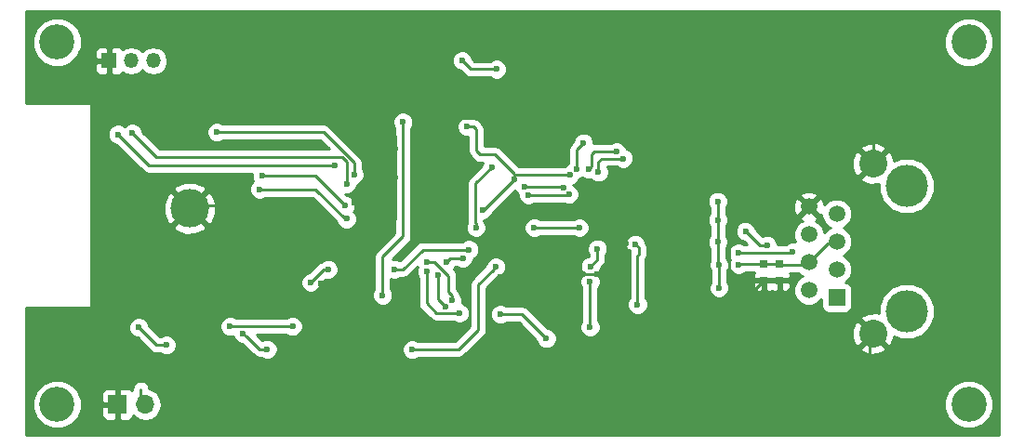
<source format=gbr>
G04 #@! TF.FileFunction,Copper,L2,Bot,Signal*
%FSLAX46Y46*%
G04 Gerber Fmt 4.6, Leading zero omitted, Abs format (unit mm)*
G04 Created by KiCad (PCBNEW 4.0.6) date Sat Oct 21 15:15:02 2017*
%MOMM*%
%LPD*%
G01*
G04 APERTURE LIST*
%ADD10C,0.100000*%
%ADD11C,3.200000*%
%ADD12R,0.750000X0.800000*%
%ADD13R,1.700000X1.700000*%
%ADD14O,1.700000X1.700000*%
%ADD15R,1.350000X1.350000*%
%ADD16O,1.350000X1.350000*%
%ADD17C,3.500000*%
%ADD18C,3.850000*%
%ADD19R,1.520000X1.520000*%
%ADD20C,1.520000*%
%ADD21C,2.540000*%
%ADD22C,0.600000*%
%ADD23C,0.250000*%
%ADD24C,0.254000*%
G04 APERTURE END LIST*
D10*
D11*
X83550000Y-76000000D03*
D12*
X149330000Y-96200000D03*
X149330000Y-97700000D03*
X147910000Y-96200000D03*
X147910000Y-97700000D03*
D13*
X89050000Y-109000000D03*
D14*
X91590000Y-109000000D03*
D15*
X88300000Y-77700000D03*
D16*
X90300000Y-77700000D03*
X92300000Y-77700000D03*
D17*
X95640000Y-91154000D03*
D11*
X166550000Y-76000000D03*
X166550000Y-109000000D03*
X83550000Y-109000000D03*
D18*
X160890000Y-89090000D03*
X160890000Y-100530000D03*
D19*
X154540000Y-99260000D03*
D20*
X152000000Y-98620000D03*
X154540000Y-96710000D03*
X152000000Y-96080000D03*
X154540000Y-94170000D03*
X152000000Y-93540000D03*
X154540000Y-91640000D03*
D21*
X157840000Y-87060000D03*
X157840000Y-102560000D03*
D20*
X152000000Y-91000000D03*
D22*
X122280210Y-91300000D03*
X145600000Y-96280000D03*
X130250000Y-88100000D03*
X128100000Y-103000000D03*
X123900000Y-100800000D03*
X120900000Y-83700000D03*
X125200000Y-88500000D03*
X143700000Y-94200000D03*
X143700000Y-90500000D03*
X143700000Y-92200000D03*
X143800000Y-96300000D03*
X143800000Y-98400000D03*
X152567000Y-89005000D03*
X134025000Y-88243000D03*
X135168000Y-90275000D03*
X132715010Y-97100000D03*
X117190000Y-93920000D03*
X110630000Y-90600000D03*
X142280000Y-76813000D03*
X147360000Y-76813000D03*
X152440000Y-81893000D03*
X152440000Y-76813000D03*
X157520000Y-76813000D03*
X157520000Y-84560000D03*
X139980000Y-81240000D03*
X140110000Y-85750000D03*
X106720000Y-105100000D03*
X111480000Y-105100000D03*
X111440000Y-103170000D03*
X114340000Y-85720000D03*
X119420000Y-85660000D03*
X127910000Y-97090000D03*
X123900000Y-97400000D03*
X127910000Y-94160000D03*
X131430000Y-94190000D03*
X131430000Y-97150000D03*
X127500000Y-86101950D03*
X111800000Y-94720000D03*
X113070000Y-83290000D03*
X114340000Y-88370000D03*
X119420000Y-88370000D03*
X105450000Y-75670000D03*
X100370000Y-75670000D03*
X95290000Y-75670000D03*
X152440000Y-109960000D03*
X157647000Y-109960000D03*
X157520000Y-104880000D03*
X137200000Y-109960000D03*
X132120000Y-109960000D03*
X127040000Y-109960000D03*
X127040000Y-104880000D03*
X121960000Y-104880000D03*
X121960000Y-109960000D03*
X116880000Y-109960000D03*
X111800000Y-109960000D03*
X96560000Y-109960000D03*
X101640000Y-109960000D03*
X106847000Y-110087000D03*
X101640000Y-90910000D03*
X101640000Y-93450000D03*
X101640000Y-95990000D03*
X85130000Y-104880000D03*
X82590000Y-104880000D03*
X82590000Y-102340000D03*
X85130000Y-102340000D03*
X87670000Y-97260000D03*
X87670000Y-94720000D03*
X90210000Y-94720000D03*
X90210000Y-92180000D03*
X87670000Y-92180000D03*
X87670000Y-89640000D03*
X90210000Y-89640000D03*
X90210000Y-87100000D03*
X87670000Y-87100000D03*
X87670000Y-84560000D03*
X107600000Y-75400000D03*
X119400000Y-82900000D03*
X124500000Y-91300000D03*
X127000000Y-80900000D03*
X139500000Y-97300000D03*
X135600000Y-95149967D03*
X108000000Y-102300000D03*
X107600000Y-98000000D03*
X98900000Y-106700000D03*
X145700000Y-89500000D03*
X144700000Y-100000000D03*
X139800000Y-92400000D03*
X139800000Y-93800000D03*
X135364717Y-94385335D03*
X156900000Y-99200000D03*
X156900000Y-89500000D03*
X123580000Y-78470000D03*
X120420000Y-77670000D03*
X113190000Y-99050000D03*
X115040000Y-83280000D03*
X93500000Y-103600000D03*
X91000000Y-102000000D03*
X131100000Y-92900000D03*
X127000000Y-92900000D03*
X136400000Y-99900000D03*
X136200000Y-94400000D03*
X131942200Y-87595300D03*
X134500000Y-85974990D03*
X132843900Y-87849300D03*
X135100000Y-86600000D03*
X150535000Y-95126400D03*
X145569300Y-95202600D03*
X123128400Y-87366700D03*
X121693300Y-92903900D03*
X129628635Y-89256094D03*
X108821950Y-87205848D03*
X126155083Y-89178162D03*
X89100000Y-84400000D03*
X118874990Y-100074990D03*
X118244171Y-97228069D03*
X109900000Y-88900000D03*
X90400000Y-84300000D03*
X120200000Y-100700000D03*
X117200000Y-96900000D03*
X109900000Y-92100000D03*
X102000000Y-89400000D03*
X102200000Y-88200000D03*
X109800000Y-90900000D03*
X117200000Y-96000000D03*
X119500000Y-99500000D03*
X121050000Y-94900000D03*
X114250000Y-96700000D03*
X108250000Y-96700000D03*
X106650000Y-97900000D03*
X123502751Y-96475010D03*
X100500000Y-102525010D03*
X102700000Y-104000000D03*
X115864000Y-104016400D03*
X120500000Y-95700000D03*
X119000000Y-96000000D03*
X105000000Y-101900000D03*
X99300000Y-101900000D03*
X130142110Y-89869577D03*
X126465678Y-89948391D03*
X110625518Y-88057791D03*
X98100000Y-84200000D03*
X148198200Y-94501390D03*
X146242400Y-93234100D03*
X132080000Y-101950000D03*
X132080000Y-97810000D03*
X132090000Y-96440000D03*
X132740000Y-94830000D03*
X131485000Y-85182300D03*
X130875001Y-87544899D03*
D23*
X125200000Y-88500000D02*
X122400000Y-91300000D01*
X122400000Y-91300000D02*
X122280210Y-91300000D01*
X152000000Y-96080000D02*
X153730000Y-94350000D01*
X153730000Y-94350000D02*
X154360000Y-94350000D01*
X154360000Y-94350000D02*
X154540000Y-94170000D01*
X147910000Y-96200000D02*
X145680000Y-96200000D01*
X145680000Y-96200000D02*
X145600000Y-96280000D01*
X147910000Y-96200000D02*
X149330000Y-96200000D01*
X149330000Y-96200000D02*
X149410000Y-96280000D01*
X149410000Y-96280000D02*
X151800000Y-96280000D01*
X151800000Y-96280000D02*
X152000000Y-96080000D01*
X91590000Y-109000000D02*
X91590000Y-108720000D01*
X91590000Y-108720000D02*
X91170000Y-108300000D01*
X91170000Y-108300000D02*
X91170000Y-107600000D01*
X125200000Y-88100000D02*
X130250000Y-88100000D01*
X121698380Y-83919920D02*
X121478460Y-83700000D01*
X121478460Y-83700000D02*
X120900000Y-83700000D01*
X121698380Y-85878260D02*
X121698380Y-83919920D01*
X122061600Y-86241480D02*
X121698380Y-85878260D01*
X123441480Y-86241480D02*
X122061600Y-86241480D01*
X125200000Y-88500000D02*
X125200000Y-88100000D01*
X125200000Y-88100000D02*
X125200000Y-88000000D01*
X125200000Y-88000000D02*
X123441480Y-86241480D01*
X123900000Y-100800000D02*
X125900000Y-100800000D01*
X125900000Y-100800000D02*
X128100000Y-103000000D01*
X143700000Y-92200000D02*
X143700000Y-94200000D01*
X143700000Y-94200000D02*
X143700000Y-96200000D01*
X143700000Y-96200000D02*
X143800000Y-96300000D01*
X143700000Y-92200000D02*
X143700000Y-90500000D01*
X143800000Y-98400000D02*
X143800000Y-96300000D01*
X152567000Y-89005000D02*
X153062000Y-89500000D01*
X153062000Y-89500000D02*
X156900000Y-89500000D01*
X139740000Y-88243000D02*
X139740000Y-86120000D01*
X139740000Y-86120000D02*
X140110000Y-85750000D01*
X134025000Y-88243000D02*
X139740000Y-88243000D01*
X135190325Y-90462398D02*
X135190325Y-90297325D01*
X135190325Y-90297325D02*
X135168000Y-90275000D01*
X133139274Y-97100000D02*
X132715010Y-97100000D01*
X131460000Y-97100000D02*
X132715010Y-97100000D01*
X133649967Y-97100000D02*
X133139274Y-97100000D01*
X135600000Y-95149967D02*
X133649967Y-97100000D01*
X144700000Y-100000000D02*
X144700000Y-91280000D01*
X145700000Y-90280000D02*
X145700000Y-89500000D01*
X144700000Y-91280000D02*
X145700000Y-90280000D01*
X144700000Y-100000000D02*
X145610000Y-100000000D01*
X145610000Y-100000000D02*
X147910000Y-97700000D01*
X147910000Y-97700000D02*
X149330000Y-97700000D01*
X117170000Y-93475736D02*
X117170000Y-90620000D01*
X117170000Y-90620000D02*
X119420000Y-88370000D01*
X117190000Y-93920000D02*
X117190000Y-93495736D01*
X117190000Y-93495736D02*
X117170000Y-93475736D01*
X114340000Y-91600000D02*
X114340000Y-92180000D01*
X114340000Y-88370000D02*
X114340000Y-91600000D01*
X114340000Y-91600000D02*
X111630000Y-91600000D01*
X111630000Y-91600000D02*
X110630000Y-90600000D01*
X142280000Y-76813000D02*
X142280000Y-76890000D01*
X152440000Y-81893000D02*
X147360000Y-76813000D01*
X157520000Y-76813000D02*
X152440000Y-76813000D01*
X157840000Y-87060000D02*
X157840000Y-84880000D01*
X157840000Y-84880000D02*
X157520000Y-84560000D01*
X139980000Y-79190000D02*
X139980000Y-81240000D01*
X142280000Y-76890000D02*
X139980000Y-79190000D01*
X139980000Y-85620000D02*
X139980000Y-81240000D01*
X140110000Y-85750000D02*
X139980000Y-85620000D01*
X106720000Y-105100000D02*
X106720000Y-109960000D01*
X106720000Y-109960000D02*
X106847000Y-110087000D01*
X111480000Y-103210000D02*
X111480000Y-105100000D01*
X111440000Y-103170000D02*
X111480000Y-103210000D01*
X119400000Y-85660000D02*
X119420000Y-85660000D01*
X119400000Y-85660000D02*
X119470000Y-85660000D01*
X119470000Y-85660000D02*
X119400000Y-85660000D01*
X124200000Y-97100000D02*
X127900000Y-97100000D01*
X127900000Y-97100000D02*
X127910000Y-97090000D01*
X123900000Y-97400000D02*
X124200000Y-97100000D01*
X131460000Y-97120000D02*
X131460000Y-97100000D01*
X127910000Y-94160000D02*
X127940000Y-94190000D01*
X127940000Y-94190000D02*
X131430000Y-94190000D01*
X131430000Y-97150000D02*
X131430000Y-97100000D01*
X131430000Y-97100000D02*
X131450000Y-97120000D01*
X131450000Y-97120000D02*
X131460000Y-97120000D01*
X127000000Y-82900000D02*
X127000000Y-85601950D01*
X127000000Y-85601950D02*
X127200001Y-85801951D01*
X127200001Y-85801951D02*
X127500000Y-86101950D01*
X114340000Y-92180000D02*
X111800000Y-94720000D01*
X114340000Y-84560000D02*
X113070000Y-83290000D01*
X114340000Y-85720000D02*
X114340000Y-84560000D01*
X114340000Y-88370000D02*
X114340000Y-85720000D01*
X119400000Y-82900000D02*
X119400000Y-85660000D01*
X119400000Y-85660000D02*
X119400000Y-88350000D01*
X119400000Y-88350000D02*
X119420000Y-88370000D01*
X100370000Y-75670000D02*
X105450000Y-75670000D01*
X88300000Y-77700000D02*
X88300000Y-76775000D01*
X88300000Y-76775000D02*
X89405000Y-75670000D01*
X89405000Y-75670000D02*
X95290000Y-75670000D01*
X157520000Y-104880000D02*
X157520000Y-102880000D01*
X152440000Y-109960000D02*
X157647000Y-109960000D01*
X157520000Y-102880000D02*
X157840000Y-102560000D01*
X111673000Y-110087000D02*
X111800000Y-109960000D01*
X106847000Y-110087000D02*
X111673000Y-110087000D01*
X132120000Y-109960000D02*
X137200000Y-109960000D01*
X127040000Y-104880000D02*
X127040000Y-109960000D01*
X121960000Y-109960000D02*
X121960000Y-104880000D01*
X96560000Y-109960000D02*
X101640000Y-109960000D01*
X101640000Y-90910000D02*
X95884000Y-90910000D01*
X95884000Y-90910000D02*
X95640000Y-91154000D01*
X101640000Y-95990000D02*
X101640000Y-93450000D01*
X82590000Y-104880000D02*
X85130000Y-104880000D01*
X85130000Y-102340000D02*
X82590000Y-102340000D01*
X87670000Y-94720000D02*
X87670000Y-97260000D01*
X90210000Y-92180000D02*
X90210000Y-94720000D01*
X87670000Y-89640000D02*
X87670000Y-92180000D01*
X90210000Y-87100000D02*
X90210000Y-89640000D01*
X87670000Y-84560000D02*
X87670000Y-87100000D01*
X131460000Y-97100000D02*
X130200000Y-97100000D01*
X130200000Y-97100000D02*
X130200000Y-105100000D01*
X130200000Y-105100000D02*
X108500000Y-105100000D01*
X108500000Y-105100000D02*
X108000000Y-104600000D01*
X108000000Y-104600000D02*
X108000000Y-102300000D01*
X112100000Y-81900000D02*
X118400000Y-81900000D01*
X118400000Y-81900000D02*
X119400000Y-82900000D01*
X112100000Y-78200000D02*
X112100000Y-81900000D01*
X111800000Y-77900000D02*
X112100000Y-78200000D01*
X109675736Y-77900000D02*
X111800000Y-77900000D01*
X107600000Y-75400000D02*
X107600000Y-75824264D01*
X107600000Y-75824264D02*
X109675736Y-77900000D01*
X127000000Y-82900000D02*
X127000000Y-80900000D01*
X119400000Y-82900000D02*
X127000000Y-82900000D01*
X124500000Y-91300000D02*
X124800000Y-91300000D01*
X140500000Y-99700000D02*
X140500000Y-97300000D01*
X140500000Y-97300000D02*
X140500000Y-94500000D01*
X139500000Y-97300000D02*
X140500000Y-97300000D01*
X101500000Y-106700000D02*
X107000000Y-101200000D01*
X107000000Y-101200000D02*
X107600000Y-100600000D01*
X108000000Y-102300000D02*
X107000000Y-101300000D01*
X107000000Y-101300000D02*
X107000000Y-101200000D01*
X107600000Y-100600000D02*
X107600000Y-98000000D01*
X98900000Y-106700000D02*
X101500000Y-106700000D01*
X139800000Y-91100000D02*
X141400000Y-89500000D01*
X139800000Y-92400000D02*
X139800000Y-91100000D01*
X141400000Y-89500000D02*
X145700000Y-89500000D01*
X140500000Y-94500000D02*
X139800000Y-93800000D01*
X144400000Y-99700000D02*
X140500000Y-99700000D01*
X144700000Y-100000000D02*
X144400000Y-99700000D01*
X139800000Y-93800000D02*
X139800000Y-92400000D01*
X135190325Y-94210943D02*
X135364717Y-94385335D01*
X135190325Y-90462398D02*
X135190325Y-94210943D01*
X156900000Y-89500000D02*
X156900000Y-99200000D01*
X120420000Y-77670000D02*
X121220000Y-78470000D01*
X121220000Y-78470000D02*
X123580000Y-78470000D01*
X113190000Y-95560000D02*
X113190000Y-99050000D01*
X115040000Y-93710000D02*
X113190000Y-95560000D01*
X115040000Y-83280000D02*
X115040000Y-93710000D01*
X92600000Y-103600000D02*
X93500000Y-103600000D01*
X91000000Y-102000000D02*
X92600000Y-103600000D01*
X127000000Y-92900000D02*
X131100000Y-92900000D01*
X136499999Y-95325003D02*
X136400000Y-95425002D01*
X136400000Y-95425002D02*
X136400000Y-99475736D01*
X136200000Y-94400000D02*
X136499999Y-94699999D01*
X136400000Y-99475736D02*
X136400000Y-99900000D01*
X136499999Y-94699999D02*
X136499999Y-95325003D01*
X131942200Y-87595300D02*
X132242199Y-87295301D01*
X132473408Y-85974990D02*
X134075736Y-85974990D01*
X132242199Y-87295301D02*
X132242199Y-86206199D01*
X134075736Y-85974990D02*
X134500000Y-85974990D01*
X132242199Y-86206199D02*
X132473408Y-85974990D01*
X132843900Y-87849300D02*
X132843900Y-86856100D01*
X132843900Y-86856100D02*
X133100000Y-86600000D01*
X133100000Y-86600000D02*
X135100000Y-86600000D01*
X145569300Y-95202600D02*
X150458800Y-95202600D01*
X150458800Y-95202600D02*
X150535000Y-95126400D01*
X121655200Y-92441536D02*
X121655200Y-88839900D01*
X121655200Y-88839900D02*
X123128400Y-87366700D01*
X121693300Y-92903900D02*
X121693300Y-92479636D01*
X121693300Y-92479636D02*
X121655200Y-92441536D01*
X129550703Y-89178162D02*
X129628635Y-89256094D01*
X126155083Y-89178162D02*
X129550703Y-89178162D01*
X89100000Y-84400000D02*
X91905848Y-87205848D01*
X108397686Y-87205848D02*
X108821950Y-87205848D01*
X91905848Y-87205848D02*
X108397686Y-87205848D01*
X118244171Y-97228069D02*
X118244171Y-99444171D01*
X118574991Y-99774991D02*
X118874990Y-100074990D01*
X118244171Y-99444171D02*
X118574991Y-99774991D01*
X109500000Y-86500000D02*
X109900000Y-86900000D01*
X109900000Y-86900000D02*
X109900000Y-88900000D01*
X92600000Y-86500000D02*
X109500000Y-86500000D01*
X90400000Y-84300000D02*
X92600000Y-86500000D01*
X117200000Y-99800000D02*
X118100000Y-100700000D01*
X118100000Y-100700000D02*
X120200000Y-100700000D01*
X117200000Y-96900000D02*
X117200000Y-99800000D01*
X107100000Y-89400000D02*
X109800000Y-92100000D01*
X109800000Y-92100000D02*
X109900000Y-92100000D01*
X102000000Y-89400000D02*
X107100000Y-89400000D01*
X109800000Y-90900000D02*
X107100000Y-88200000D01*
X107100000Y-88200000D02*
X102200000Y-88200000D01*
X119200000Y-97300000D02*
X117900000Y-96000000D01*
X117900000Y-96000000D02*
X117200000Y-96000000D01*
X119200000Y-98775736D02*
X119200000Y-97300000D01*
X119500000Y-99500000D02*
X119500000Y-99075736D01*
X119500000Y-99075736D02*
X119200000Y-98775736D01*
X115050000Y-96700000D02*
X116850000Y-94900000D01*
X116850000Y-94900000D02*
X121050000Y-94900000D01*
X114250000Y-96700000D02*
X115050000Y-96700000D01*
X106949999Y-97600001D02*
X107850000Y-96700000D01*
X107850000Y-96700000D02*
X108250000Y-96700000D01*
X106650000Y-97900000D02*
X106949999Y-97600001D01*
X123202752Y-96775009D02*
X123502751Y-96475010D01*
X121900000Y-98077761D02*
X123202752Y-96775009D01*
X121900000Y-102200000D02*
X121900000Y-98077761D01*
X115864000Y-104016400D02*
X120100000Y-104000000D01*
X120100000Y-104000000D02*
X121900000Y-102200000D01*
X100799999Y-102825009D02*
X100500000Y-102525010D01*
X101974990Y-104000000D02*
X100799999Y-102825009D01*
X102700000Y-104000000D02*
X101974990Y-104000000D01*
X119300000Y-95700000D02*
X120500000Y-95700000D01*
X119000000Y-96000000D02*
X119300000Y-95700000D01*
X99300000Y-101900000D02*
X105000000Y-101900000D01*
X126465678Y-89948391D02*
X130063296Y-89948391D01*
X130063296Y-89948391D02*
X130142110Y-89869577D01*
X110625518Y-86989107D02*
X110625518Y-87633527D01*
X107836411Y-84200000D02*
X110625518Y-86989107D01*
X98100000Y-84200000D02*
X107836411Y-84200000D01*
X110625518Y-87633527D02*
X110625518Y-88057791D01*
X147509690Y-94501390D02*
X147773936Y-94501390D01*
X147773936Y-94501390D02*
X148198200Y-94501390D01*
X146242400Y-93234100D02*
X147509690Y-94501390D01*
X132080000Y-97810000D02*
X132080000Y-101950000D01*
X132740000Y-94830000D02*
X132740000Y-95790000D01*
X132740000Y-95790000D02*
X132090000Y-96440000D01*
X130875001Y-87544899D02*
X130875001Y-85792299D01*
X130875001Y-85792299D02*
X131485000Y-85182300D01*
D24*
G36*
X169290000Y-111790000D02*
X80710000Y-111790000D01*
X80710000Y-109442619D01*
X81314613Y-109442619D01*
X81654155Y-110264372D01*
X82282321Y-110893636D01*
X83103481Y-111234611D01*
X83992619Y-111235387D01*
X84814372Y-110895845D01*
X85443636Y-110267679D01*
X85784611Y-109446519D01*
X85784751Y-109285750D01*
X87565000Y-109285750D01*
X87565000Y-109976309D01*
X87661673Y-110209698D01*
X87840301Y-110388327D01*
X88073690Y-110485000D01*
X88764250Y-110485000D01*
X88923000Y-110326250D01*
X88923000Y-109127000D01*
X87723750Y-109127000D01*
X87565000Y-109285750D01*
X85784751Y-109285750D01*
X85785387Y-108557381D01*
X85564871Y-108023691D01*
X87565000Y-108023691D01*
X87565000Y-108714250D01*
X87723750Y-108873000D01*
X88923000Y-108873000D01*
X88923000Y-107673750D01*
X89177000Y-107673750D01*
X89177000Y-108873000D01*
X89197000Y-108873000D01*
X89197000Y-109127000D01*
X89177000Y-109127000D01*
X89177000Y-110326250D01*
X89335750Y-110485000D01*
X90026310Y-110485000D01*
X90259699Y-110388327D01*
X90438327Y-110209698D01*
X90510597Y-110035223D01*
X90539946Y-110079147D01*
X91021715Y-110401054D01*
X91590000Y-110514093D01*
X92158285Y-110401054D01*
X92640054Y-110079147D01*
X92961961Y-109597378D01*
X92992744Y-109442619D01*
X164314613Y-109442619D01*
X164654155Y-110264372D01*
X165282321Y-110893636D01*
X166103481Y-111234611D01*
X166992619Y-111235387D01*
X167814372Y-110895845D01*
X168443636Y-110267679D01*
X168784611Y-109446519D01*
X168785387Y-108557381D01*
X168445845Y-107735628D01*
X167817679Y-107106364D01*
X166996519Y-106765389D01*
X166107381Y-106764613D01*
X165285628Y-107104155D01*
X164656364Y-107732321D01*
X164315389Y-108553481D01*
X164314613Y-109442619D01*
X92992744Y-109442619D01*
X93075000Y-109029093D01*
X93075000Y-108970907D01*
X92961961Y-108402622D01*
X92640054Y-107920853D01*
X92158285Y-107598946D01*
X91920377Y-107551623D01*
X91872148Y-107309161D01*
X91707401Y-107062599D01*
X91460839Y-106897852D01*
X91170000Y-106840000D01*
X90879161Y-106897852D01*
X90632599Y-107062599D01*
X90467852Y-107309161D01*
X90410000Y-107600000D01*
X90410000Y-107761975D01*
X90259699Y-107611673D01*
X90026310Y-107515000D01*
X89335750Y-107515000D01*
X89177000Y-107673750D01*
X88923000Y-107673750D01*
X88764250Y-107515000D01*
X88073690Y-107515000D01*
X87840301Y-107611673D01*
X87661673Y-107790302D01*
X87565000Y-108023691D01*
X85564871Y-108023691D01*
X85445845Y-107735628D01*
X84817679Y-107106364D01*
X83996519Y-106765389D01*
X83107381Y-106764613D01*
X82285628Y-107104155D01*
X81656364Y-107732321D01*
X81315389Y-108553481D01*
X81314613Y-109442619D01*
X80710000Y-109442619D01*
X80710000Y-102185167D01*
X90064838Y-102185167D01*
X90206883Y-102528943D01*
X90469673Y-102792192D01*
X90813201Y-102934838D01*
X90860077Y-102934879D01*
X92062599Y-104137401D01*
X92309161Y-104302148D01*
X92600000Y-104360000D01*
X92937537Y-104360000D01*
X92969673Y-104392192D01*
X93313201Y-104534838D01*
X93685167Y-104535162D01*
X94028943Y-104393117D01*
X94292192Y-104130327D01*
X94434838Y-103786799D01*
X94435162Y-103414833D01*
X94293117Y-103071057D01*
X94030327Y-102807808D01*
X93686799Y-102665162D01*
X93314833Y-102664838D01*
X92971057Y-102806883D01*
X92937882Y-102840000D01*
X92914802Y-102840000D01*
X92159969Y-102085167D01*
X98364838Y-102085167D01*
X98506883Y-102428943D01*
X98769673Y-102692192D01*
X99113201Y-102834838D01*
X99485167Y-102835162D01*
X99597331Y-102788817D01*
X99706883Y-103053953D01*
X99969673Y-103317202D01*
X100313201Y-103459848D01*
X100360077Y-103459889D01*
X101437589Y-104537401D01*
X101684150Y-104702148D01*
X101974990Y-104760000D01*
X102137537Y-104760000D01*
X102169673Y-104792192D01*
X102513201Y-104934838D01*
X102885167Y-104935162D01*
X103228943Y-104793117D01*
X103492192Y-104530327D01*
X103628705Y-104201567D01*
X114928838Y-104201567D01*
X115070883Y-104545343D01*
X115333673Y-104808592D01*
X115677201Y-104951238D01*
X116049167Y-104951562D01*
X116392943Y-104809517D01*
X116428301Y-104774221D01*
X120102943Y-104759994D01*
X120246840Y-104730791D01*
X120390839Y-104702148D01*
X120392085Y-104701315D01*
X120393555Y-104701017D01*
X120515321Y-104618972D01*
X120637401Y-104537401D01*
X122437401Y-102737401D01*
X122602148Y-102490840D01*
X122632183Y-102339843D01*
X122660000Y-102200000D01*
X122660000Y-100985167D01*
X122964838Y-100985167D01*
X123106883Y-101328943D01*
X123369673Y-101592192D01*
X123713201Y-101734838D01*
X124085167Y-101735162D01*
X124428943Y-101593117D01*
X124462118Y-101560000D01*
X125585198Y-101560000D01*
X127164878Y-103139680D01*
X127164838Y-103185167D01*
X127306883Y-103528943D01*
X127569673Y-103792192D01*
X127913201Y-103934838D01*
X128285167Y-103935162D01*
X128351443Y-103907777D01*
X156671828Y-103907777D01*
X156803520Y-104202657D01*
X157511036Y-104474261D01*
X158268632Y-104454436D01*
X158876480Y-104202657D01*
X159008172Y-103907777D01*
X157840000Y-102739605D01*
X156671828Y-103907777D01*
X128351443Y-103907777D01*
X128628943Y-103793117D01*
X128892192Y-103530327D01*
X129034838Y-103186799D01*
X129035162Y-102814833D01*
X128893117Y-102471057D01*
X128630327Y-102207808D01*
X128286799Y-102065162D01*
X128239923Y-102065121D01*
X126437401Y-100262599D01*
X126190839Y-100097852D01*
X125900000Y-100040000D01*
X124462463Y-100040000D01*
X124430327Y-100007808D01*
X124086799Y-99865162D01*
X123714833Y-99864838D01*
X123371057Y-100006883D01*
X123107808Y-100269673D01*
X122965162Y-100613201D01*
X122964838Y-100985167D01*
X122660000Y-100985167D01*
X122660000Y-98392563D01*
X123057396Y-97995167D01*
X131144838Y-97995167D01*
X131286883Y-98338943D01*
X131320000Y-98372118D01*
X131320000Y-101387537D01*
X131287808Y-101419673D01*
X131145162Y-101763201D01*
X131144838Y-102135167D01*
X131286883Y-102478943D01*
X131549673Y-102742192D01*
X131893201Y-102884838D01*
X132265167Y-102885162D01*
X132608943Y-102743117D01*
X132872192Y-102480327D01*
X132975707Y-102231036D01*
X155925739Y-102231036D01*
X155945564Y-102988632D01*
X156197343Y-103596480D01*
X156492223Y-103728172D01*
X157660395Y-102560000D01*
X156492223Y-101391828D01*
X156197343Y-101523520D01*
X155925739Y-102231036D01*
X132975707Y-102231036D01*
X133014838Y-102136799D01*
X133015162Y-101764833D01*
X132873117Y-101421057D01*
X132840000Y-101387882D01*
X132840000Y-101212223D01*
X156671828Y-101212223D01*
X157840000Y-102380395D01*
X157854143Y-102366253D01*
X158033748Y-102545858D01*
X158019605Y-102560000D01*
X159187777Y-103728172D01*
X159482657Y-103596480D01*
X159754261Y-102888964D01*
X159752710Y-102829683D01*
X160378551Y-103089554D01*
X161396981Y-103090443D01*
X162338229Y-102701528D01*
X163058997Y-101982017D01*
X163449554Y-101041449D01*
X163450443Y-100023019D01*
X163061528Y-99081771D01*
X162342017Y-98361003D01*
X161401449Y-97970446D01*
X160383019Y-97969557D01*
X159441771Y-98358472D01*
X158721003Y-99077983D01*
X158330446Y-100018551D01*
X158329845Y-100707498D01*
X158168964Y-100645739D01*
X157411368Y-100665564D01*
X156803520Y-100917343D01*
X156671828Y-101212223D01*
X132840000Y-101212223D01*
X132840000Y-98372463D01*
X132872192Y-98340327D01*
X133014838Y-97996799D01*
X133015162Y-97624833D01*
X132873117Y-97281057D01*
X132722282Y-97129958D01*
X132882192Y-96970327D01*
X133024838Y-96626799D01*
X133024879Y-96579923D01*
X133277401Y-96327401D01*
X133442148Y-96080839D01*
X133500000Y-95790000D01*
X133500000Y-95392463D01*
X133532192Y-95360327D01*
X133674838Y-95016799D01*
X133675162Y-94644833D01*
X133650509Y-94585167D01*
X135264838Y-94585167D01*
X135406883Y-94928943D01*
X135669673Y-95192192D01*
X135685040Y-95198573D01*
X135640000Y-95425002D01*
X135640000Y-99337537D01*
X135607808Y-99369673D01*
X135465162Y-99713201D01*
X135464838Y-100085167D01*
X135606883Y-100428943D01*
X135869673Y-100692192D01*
X136213201Y-100834838D01*
X136585167Y-100835162D01*
X136928943Y-100693117D01*
X137192192Y-100430327D01*
X137334838Y-100086799D01*
X137335162Y-99714833D01*
X137193117Y-99371057D01*
X137160000Y-99337882D01*
X137160000Y-95678920D01*
X137202147Y-95615842D01*
X137259999Y-95325003D01*
X137259999Y-94699999D01*
X137202147Y-94409160D01*
X137135080Y-94308787D01*
X137135162Y-94214833D01*
X136993117Y-93871057D01*
X136730327Y-93607808D01*
X136386799Y-93465162D01*
X136014833Y-93464838D01*
X135671057Y-93606883D01*
X135407808Y-93869673D01*
X135265162Y-94213201D01*
X135264838Y-94585167D01*
X133650509Y-94585167D01*
X133533117Y-94301057D01*
X133270327Y-94037808D01*
X132926799Y-93895162D01*
X132554833Y-93894838D01*
X132211057Y-94036883D01*
X131947808Y-94299673D01*
X131805162Y-94643201D01*
X131804838Y-95015167D01*
X131946883Y-95358943D01*
X131980000Y-95392118D01*
X131980000Y-95475198D01*
X131950320Y-95504878D01*
X131904833Y-95504838D01*
X131561057Y-95646883D01*
X131297808Y-95909673D01*
X131155162Y-96253201D01*
X131154838Y-96625167D01*
X131296883Y-96968943D01*
X131447718Y-97120042D01*
X131287808Y-97279673D01*
X131145162Y-97623201D01*
X131144838Y-97995167D01*
X123057396Y-97995167D01*
X123642431Y-97410132D01*
X123687918Y-97410172D01*
X124031694Y-97268127D01*
X124294943Y-97005337D01*
X124437589Y-96661809D01*
X124437913Y-96289843D01*
X124295868Y-95946067D01*
X124033078Y-95682818D01*
X123689550Y-95540172D01*
X123317584Y-95539848D01*
X122973808Y-95681893D01*
X122710559Y-95944683D01*
X122567913Y-96288211D01*
X122567872Y-96335087D01*
X121362599Y-97540360D01*
X121197852Y-97786922D01*
X121140000Y-98077761D01*
X121140000Y-101885198D01*
X119783980Y-103241218D01*
X116424292Y-103254225D01*
X116394327Y-103224208D01*
X116050799Y-103081562D01*
X115678833Y-103081238D01*
X115335057Y-103223283D01*
X115071808Y-103486073D01*
X114929162Y-103829601D01*
X114928838Y-104201567D01*
X103628705Y-104201567D01*
X103634838Y-104186799D01*
X103635162Y-103814833D01*
X103493117Y-103471057D01*
X103230327Y-103207808D01*
X102886799Y-103065162D01*
X102514833Y-103064838D01*
X102231642Y-103181850D01*
X101709792Y-102660000D01*
X104437537Y-102660000D01*
X104469673Y-102692192D01*
X104813201Y-102834838D01*
X105185167Y-102835162D01*
X105528943Y-102693117D01*
X105792192Y-102430327D01*
X105934838Y-102086799D01*
X105935162Y-101714833D01*
X105793117Y-101371057D01*
X105530327Y-101107808D01*
X105186799Y-100965162D01*
X104814833Y-100964838D01*
X104471057Y-101106883D01*
X104437882Y-101140000D01*
X99862463Y-101140000D01*
X99830327Y-101107808D01*
X99486799Y-100965162D01*
X99114833Y-100964838D01*
X98771057Y-101106883D01*
X98507808Y-101369673D01*
X98365162Y-101713201D01*
X98364838Y-102085167D01*
X92159969Y-102085167D01*
X91935122Y-101860320D01*
X91935162Y-101814833D01*
X91793117Y-101471057D01*
X91530327Y-101207808D01*
X91186799Y-101065162D01*
X90814833Y-101064838D01*
X90471057Y-101206883D01*
X90207808Y-101469673D01*
X90065162Y-101813201D01*
X90064838Y-102185167D01*
X80710000Y-102185167D01*
X80710000Y-100227000D01*
X86500000Y-100227000D01*
X86546159Y-100218315D01*
X86588553Y-100191035D01*
X86616994Y-100149410D01*
X86627000Y-100100000D01*
X86627000Y-99235167D01*
X112254838Y-99235167D01*
X112396883Y-99578943D01*
X112659673Y-99842192D01*
X113003201Y-99984838D01*
X113375167Y-99985162D01*
X113718943Y-99843117D01*
X113982192Y-99580327D01*
X114124838Y-99236799D01*
X114125162Y-98864833D01*
X113983117Y-98521057D01*
X113950000Y-98487882D01*
X113950000Y-97587833D01*
X114063201Y-97634838D01*
X114435167Y-97635162D01*
X114778943Y-97493117D01*
X114812118Y-97460000D01*
X115050000Y-97460000D01*
X115340839Y-97402148D01*
X115587401Y-97237401D01*
X116374205Y-96450597D01*
X116265162Y-96713201D01*
X116264838Y-97085167D01*
X116406883Y-97428943D01*
X116440000Y-97462118D01*
X116440000Y-99800000D01*
X116497852Y-100090839D01*
X116662599Y-100337401D01*
X117562599Y-101237401D01*
X117809160Y-101402148D01*
X118100000Y-101460000D01*
X119637537Y-101460000D01*
X119669673Y-101492192D01*
X120013201Y-101634838D01*
X120385167Y-101635162D01*
X120728943Y-101493117D01*
X120992192Y-101230327D01*
X121134838Y-100886799D01*
X121135162Y-100514833D01*
X120993117Y-100171057D01*
X120730327Y-99907808D01*
X120400019Y-99770652D01*
X120434838Y-99686799D01*
X120435162Y-99314833D01*
X120293117Y-98971057D01*
X120225755Y-98903578D01*
X120202148Y-98784897D01*
X120037401Y-98538335D01*
X119960000Y-98460934D01*
X119960000Y-97300000D01*
X119902148Y-97009161D01*
X119737401Y-96762599D01*
X119648535Y-96673733D01*
X119792192Y-96530327D01*
X119821394Y-96460000D01*
X119937537Y-96460000D01*
X119969673Y-96492192D01*
X120313201Y-96634838D01*
X120685167Y-96635162D01*
X121028943Y-96493117D01*
X121292192Y-96230327D01*
X121434838Y-95886799D01*
X121434955Y-95752612D01*
X121578943Y-95693117D01*
X121842192Y-95430327D01*
X121984838Y-95086799D01*
X121985162Y-94714833D01*
X121843117Y-94371057D01*
X121580327Y-94107808D01*
X121236799Y-93965162D01*
X120864833Y-93964838D01*
X120521057Y-94106883D01*
X120487882Y-94140000D01*
X116850000Y-94140000D01*
X116607414Y-94188254D01*
X116559160Y-94197852D01*
X116312599Y-94362599D01*
X114771186Y-95904012D01*
X114436799Y-95765162D01*
X114064833Y-95764838D01*
X114056536Y-95768266D01*
X115577401Y-94247401D01*
X115742148Y-94000839D01*
X115800000Y-93710000D01*
X115800000Y-83885167D01*
X119964838Y-83885167D01*
X120106883Y-84228943D01*
X120369673Y-84492192D01*
X120713201Y-84634838D01*
X120938380Y-84635034D01*
X120938380Y-85878260D01*
X120996232Y-86169099D01*
X121160979Y-86415661D01*
X121524199Y-86778881D01*
X121770761Y-86943628D01*
X122061600Y-87001480D01*
X122267649Y-87001480D01*
X122193562Y-87179901D01*
X122193521Y-87226777D01*
X121117799Y-88302499D01*
X120953052Y-88549061D01*
X120895200Y-88839900D01*
X120895200Y-92387801D01*
X120758462Y-92717101D01*
X120758138Y-93089067D01*
X120900183Y-93432843D01*
X121162973Y-93696092D01*
X121506501Y-93838738D01*
X121878467Y-93839062D01*
X122222243Y-93697017D01*
X122485492Y-93434227D01*
X122628138Y-93090699D01*
X122628142Y-93085167D01*
X126064838Y-93085167D01*
X126206883Y-93428943D01*
X126469673Y-93692192D01*
X126813201Y-93834838D01*
X127185167Y-93835162D01*
X127528943Y-93693117D01*
X127562118Y-93660000D01*
X130537537Y-93660000D01*
X130569673Y-93692192D01*
X130913201Y-93834838D01*
X131285167Y-93835162D01*
X131628943Y-93693117D01*
X131892192Y-93430327D01*
X132034838Y-93086799D01*
X132035162Y-92714833D01*
X131893117Y-92371057D01*
X131630327Y-92107808D01*
X131286799Y-91965162D01*
X130914833Y-91964838D01*
X130571057Y-92106883D01*
X130537882Y-92140000D01*
X127562463Y-92140000D01*
X127530327Y-92107808D01*
X127186799Y-91965162D01*
X126814833Y-91964838D01*
X126471057Y-92106883D01*
X126207808Y-92369673D01*
X126065162Y-92713201D01*
X126064838Y-93085167D01*
X122628142Y-93085167D01*
X122628462Y-92718733D01*
X122486417Y-92374957D01*
X122419055Y-92307478D01*
X122415200Y-92288096D01*
X122415200Y-92235118D01*
X122465377Y-92235162D01*
X122809153Y-92093117D01*
X123072402Y-91830327D01*
X123163243Y-91611559D01*
X125275927Y-89498875D01*
X125361966Y-89707105D01*
X125530740Y-89876174D01*
X125530516Y-90133558D01*
X125672561Y-90477334D01*
X125935351Y-90740583D01*
X126278879Y-90883229D01*
X126650845Y-90883553D01*
X126994621Y-90741508D01*
X127027796Y-90708391D01*
X129724061Y-90708391D01*
X129955311Y-90804415D01*
X130327277Y-90804739D01*
X130616664Y-90685167D01*
X142764838Y-90685167D01*
X142906883Y-91028943D01*
X142940000Y-91062118D01*
X142940000Y-91637537D01*
X142907808Y-91669673D01*
X142765162Y-92013201D01*
X142764838Y-92385167D01*
X142906883Y-92728943D01*
X142940000Y-92762118D01*
X142940000Y-93637537D01*
X142907808Y-93669673D01*
X142765162Y-94013201D01*
X142764838Y-94385167D01*
X142906883Y-94728943D01*
X142940000Y-94762118D01*
X142940000Y-95932972D01*
X142865162Y-96113201D01*
X142864838Y-96485167D01*
X143006883Y-96828943D01*
X143040000Y-96862118D01*
X143040000Y-97837537D01*
X143007808Y-97869673D01*
X142865162Y-98213201D01*
X142864838Y-98585167D01*
X143006883Y-98928943D01*
X143269673Y-99192192D01*
X143613201Y-99334838D01*
X143985167Y-99335162D01*
X144328943Y-99193117D01*
X144592192Y-98930327D01*
X144734838Y-98586799D01*
X144735162Y-98214833D01*
X144640508Y-97985750D01*
X146900000Y-97985750D01*
X146900000Y-98226309D01*
X146996673Y-98459698D01*
X147175301Y-98638327D01*
X147408690Y-98735000D01*
X147624250Y-98735000D01*
X147783000Y-98576250D01*
X147783000Y-97827000D01*
X148037000Y-97827000D01*
X148037000Y-98576250D01*
X148195750Y-98735000D01*
X148411310Y-98735000D01*
X148620000Y-98648558D01*
X148828690Y-98735000D01*
X149044250Y-98735000D01*
X149203000Y-98576250D01*
X149203000Y-97827000D01*
X149457000Y-97827000D01*
X149457000Y-98576250D01*
X149615750Y-98735000D01*
X149831310Y-98735000D01*
X150064699Y-98638327D01*
X150243327Y-98459698D01*
X150340000Y-98226309D01*
X150340000Y-97985750D01*
X150181250Y-97827000D01*
X149457000Y-97827000D01*
X149203000Y-97827000D01*
X148037000Y-97827000D01*
X147783000Y-97827000D01*
X147058750Y-97827000D01*
X146900000Y-97985750D01*
X144640508Y-97985750D01*
X144593117Y-97871057D01*
X144560000Y-97837882D01*
X144560000Y-96862463D01*
X144592192Y-96830327D01*
X144704232Y-96560507D01*
X144806883Y-96808943D01*
X145069673Y-97072192D01*
X145413201Y-97214838D01*
X145785167Y-97215162D01*
X146128943Y-97073117D01*
X146242258Y-96960000D01*
X146988514Y-96960000D01*
X146900000Y-97173691D01*
X146900000Y-97414250D01*
X147058750Y-97573000D01*
X147783000Y-97573000D01*
X147783000Y-97553000D01*
X148037000Y-97553000D01*
X148037000Y-97573000D01*
X149203000Y-97573000D01*
X149203000Y-97553000D01*
X149457000Y-97553000D01*
X149457000Y-97573000D01*
X150181250Y-97573000D01*
X150340000Y-97414250D01*
X150340000Y-97173691D01*
X150284623Y-97040000D01*
X150987217Y-97040000D01*
X151208764Y-97261934D01*
X151420738Y-97349954D01*
X151210828Y-97436687D01*
X150818066Y-97828764D01*
X150605242Y-98341300D01*
X150604758Y-98896265D01*
X150816687Y-99409172D01*
X151208764Y-99801934D01*
X151721300Y-100014758D01*
X152276265Y-100015242D01*
X152789172Y-99803313D01*
X153132560Y-99460524D01*
X153132560Y-100020000D01*
X153176838Y-100255317D01*
X153315910Y-100471441D01*
X153528110Y-100616431D01*
X153780000Y-100667440D01*
X155300000Y-100667440D01*
X155535317Y-100623162D01*
X155751441Y-100484090D01*
X155896431Y-100271890D01*
X155947440Y-100020000D01*
X155947440Y-98500000D01*
X155903162Y-98264683D01*
X155764090Y-98048559D01*
X155551890Y-97903569D01*
X155358192Y-97864344D01*
X155721934Y-97501236D01*
X155934758Y-96988700D01*
X155935242Y-96433735D01*
X155723313Y-95920828D01*
X155331236Y-95528066D01*
X155119262Y-95440046D01*
X155329172Y-95353313D01*
X155721934Y-94961236D01*
X155934758Y-94448700D01*
X155935242Y-93893735D01*
X155723313Y-93380828D01*
X155331236Y-92988066D01*
X155131333Y-92905059D01*
X155329172Y-92823313D01*
X155721934Y-92431236D01*
X155934758Y-91918700D01*
X155935242Y-91363735D01*
X155723313Y-90850828D01*
X155331236Y-90458066D01*
X154818700Y-90245242D01*
X154263735Y-90244758D01*
X153750828Y-90456687D01*
X153387684Y-90819198D01*
X153379341Y-90652951D01*
X153220742Y-90270059D01*
X152978764Y-90200841D01*
X152179605Y-91000000D01*
X152978764Y-91799159D01*
X153144902Y-91751635D01*
X153144758Y-91916265D01*
X153356687Y-92429172D01*
X153748764Y-92821934D01*
X153948667Y-92904941D01*
X153750828Y-92986687D01*
X153395174Y-93341721D01*
X153395242Y-93263735D01*
X153183313Y-92750828D01*
X152791236Y-92358066D01*
X152595066Y-92276609D01*
X152729941Y-92220742D01*
X152799159Y-91978764D01*
X152000000Y-91179605D01*
X151200841Y-91978764D01*
X151270059Y-92220742D01*
X151414862Y-92272382D01*
X151210828Y-92356687D01*
X150818066Y-92748764D01*
X150605242Y-93261300D01*
X150604758Y-93816265D01*
X150767704Y-94210623D01*
X150721799Y-94191562D01*
X150349833Y-94191238D01*
X150006057Y-94333283D01*
X149896549Y-94442600D01*
X149133252Y-94442600D01*
X149133362Y-94316223D01*
X148991317Y-93972447D01*
X148728527Y-93709198D01*
X148384999Y-93566552D01*
X148013033Y-93566228D01*
X147755670Y-93672568D01*
X147177522Y-93094420D01*
X147177562Y-93048933D01*
X147035517Y-92705157D01*
X146772727Y-92441908D01*
X146429199Y-92299262D01*
X146057233Y-92298938D01*
X145713457Y-92440983D01*
X145450208Y-92703773D01*
X145307562Y-93047301D01*
X145307238Y-93419267D01*
X145449283Y-93763043D01*
X145712073Y-94026292D01*
X146055601Y-94168938D01*
X146102477Y-94168979D01*
X146376098Y-94442600D01*
X146131763Y-94442600D01*
X146099627Y-94410408D01*
X145756099Y-94267762D01*
X145384133Y-94267438D01*
X145040357Y-94409483D01*
X144777108Y-94672273D01*
X144634462Y-95015801D01*
X144634138Y-95387767D01*
X144776183Y-95731543D01*
X144803834Y-95759243D01*
X144695768Y-96019493D01*
X144593117Y-95771057D01*
X144460000Y-95637707D01*
X144460000Y-94762463D01*
X144492192Y-94730327D01*
X144634838Y-94386799D01*
X144635162Y-94014833D01*
X144493117Y-93671057D01*
X144460000Y-93637882D01*
X144460000Y-92762463D01*
X144492192Y-92730327D01*
X144634838Y-92386799D01*
X144635162Y-92014833D01*
X144493117Y-91671057D01*
X144460000Y-91637882D01*
X144460000Y-91062463D01*
X144492192Y-91030327D01*
X144590830Y-90792780D01*
X150592845Y-90792780D01*
X150620659Y-91347049D01*
X150779258Y-91729941D01*
X151021236Y-91799159D01*
X151820395Y-91000000D01*
X151021236Y-90200841D01*
X150779258Y-90270059D01*
X150592845Y-90792780D01*
X144590830Y-90792780D01*
X144634838Y-90686799D01*
X144635162Y-90314833D01*
X144513851Y-90021236D01*
X151200841Y-90021236D01*
X152000000Y-90820395D01*
X152799159Y-90021236D01*
X152729941Y-89779258D01*
X152207220Y-89592845D01*
X151652951Y-89620659D01*
X151270059Y-89779258D01*
X151200841Y-90021236D01*
X144513851Y-90021236D01*
X144493117Y-89971057D01*
X144230327Y-89707808D01*
X143886799Y-89565162D01*
X143514833Y-89564838D01*
X143171057Y-89706883D01*
X142907808Y-89969673D01*
X142765162Y-90313201D01*
X142764838Y-90685167D01*
X130616664Y-90685167D01*
X130671053Y-90662694D01*
X130934302Y-90399904D01*
X131076948Y-90056376D01*
X131077272Y-89684410D01*
X130935227Y-89340634D01*
X130672437Y-89077385D01*
X130544518Y-89024268D01*
X130532416Y-88994980D01*
X130778943Y-88893117D01*
X131042192Y-88630327D01*
X131113788Y-88457906D01*
X131374591Y-88350145D01*
X131411873Y-88387492D01*
X131755401Y-88530138D01*
X132127367Y-88530462D01*
X132180727Y-88508414D01*
X132313573Y-88641492D01*
X132657101Y-88784138D01*
X133029067Y-88784462D01*
X133372843Y-88642417D01*
X133607892Y-88407777D01*
X156671828Y-88407777D01*
X156803520Y-88702657D01*
X157511036Y-88974261D01*
X158268632Y-88954436D01*
X158330140Y-88928958D01*
X158329557Y-89596981D01*
X158718472Y-90538229D01*
X159437983Y-91258997D01*
X160378551Y-91649554D01*
X161396981Y-91650443D01*
X162338229Y-91261528D01*
X163058997Y-90542017D01*
X163449554Y-89601449D01*
X163450443Y-88583019D01*
X163061528Y-87641771D01*
X162342017Y-86921003D01*
X161401449Y-86530446D01*
X160383019Y-86529557D01*
X159738738Y-86795768D01*
X159734436Y-86631368D01*
X159482657Y-86023520D01*
X159187777Y-85891828D01*
X158019605Y-87060000D01*
X158033748Y-87074143D01*
X157854143Y-87253748D01*
X157840000Y-87239605D01*
X156671828Y-88407777D01*
X133607892Y-88407777D01*
X133636092Y-88379627D01*
X133778738Y-88036099D01*
X133779062Y-87664133D01*
X133653397Y-87360000D01*
X134537537Y-87360000D01*
X134569673Y-87392192D01*
X134913201Y-87534838D01*
X135285167Y-87535162D01*
X135628943Y-87393117D01*
X135892192Y-87130327D01*
X136034838Y-86786799D01*
X136034886Y-86731036D01*
X155925739Y-86731036D01*
X155945564Y-87488632D01*
X156197343Y-88096480D01*
X156492223Y-88228172D01*
X157660395Y-87060000D01*
X156492223Y-85891828D01*
X156197343Y-86023520D01*
X155925739Y-86731036D01*
X136034886Y-86731036D01*
X136035162Y-86414833D01*
X135893117Y-86071057D01*
X135630327Y-85807808D01*
X135403712Y-85713709D01*
X135403099Y-85712223D01*
X156671828Y-85712223D01*
X157840000Y-86880395D01*
X159008172Y-85712223D01*
X158876480Y-85417343D01*
X158168964Y-85145739D01*
X157411368Y-85165564D01*
X156803520Y-85417343D01*
X156671828Y-85712223D01*
X135403099Y-85712223D01*
X135293117Y-85446047D01*
X135030327Y-85182798D01*
X134686799Y-85040152D01*
X134314833Y-85039828D01*
X133971057Y-85181873D01*
X133937882Y-85214990D01*
X132473408Y-85214990D01*
X132419963Y-85225621D01*
X132420162Y-84997133D01*
X132278117Y-84653357D01*
X132015327Y-84390108D01*
X131671799Y-84247462D01*
X131299833Y-84247138D01*
X130956057Y-84389183D01*
X130692808Y-84651973D01*
X130550162Y-84995501D01*
X130550121Y-85042377D01*
X130337600Y-85254898D01*
X130172853Y-85501460D01*
X130115001Y-85792299D01*
X130115001Y-86982436D01*
X130082809Y-87014572D01*
X130011213Y-87186993D01*
X129721057Y-87306883D01*
X129687882Y-87340000D01*
X125614802Y-87340000D01*
X123978881Y-85704079D01*
X123732319Y-85539332D01*
X123441480Y-85481480D01*
X122458380Y-85481480D01*
X122458380Y-83919920D01*
X122400528Y-83629081D01*
X122235781Y-83382519D01*
X122015861Y-83162599D01*
X121769299Y-82997852D01*
X121478460Y-82940000D01*
X121462463Y-82940000D01*
X121430327Y-82907808D01*
X121086799Y-82765162D01*
X120714833Y-82764838D01*
X120371057Y-82906883D01*
X120107808Y-83169673D01*
X119965162Y-83513201D01*
X119964838Y-83885167D01*
X115800000Y-83885167D01*
X115800000Y-83842463D01*
X115832192Y-83810327D01*
X115974838Y-83466799D01*
X115975162Y-83094833D01*
X115833117Y-82751057D01*
X115570327Y-82487808D01*
X115226799Y-82345162D01*
X114854833Y-82344838D01*
X114511057Y-82486883D01*
X114247808Y-82749673D01*
X114105162Y-83093201D01*
X114104838Y-83465167D01*
X114246883Y-83808943D01*
X114280000Y-83842118D01*
X114280000Y-93395198D01*
X112652599Y-95022599D01*
X112487852Y-95269161D01*
X112430000Y-95560000D01*
X112430000Y-98487537D01*
X112397808Y-98519673D01*
X112255162Y-98863201D01*
X112254838Y-99235167D01*
X86627000Y-99235167D01*
X86627000Y-98085167D01*
X105714838Y-98085167D01*
X105856883Y-98428943D01*
X106119673Y-98692192D01*
X106463201Y-98834838D01*
X106835167Y-98835162D01*
X107178943Y-98693117D01*
X107442192Y-98430327D01*
X107584838Y-98086799D01*
X107584879Y-98039923D01*
X108011452Y-97613350D01*
X108063201Y-97634838D01*
X108435167Y-97635162D01*
X108778943Y-97493117D01*
X109042192Y-97230327D01*
X109184838Y-96886799D01*
X109185162Y-96514833D01*
X109043117Y-96171057D01*
X108780327Y-95907808D01*
X108436799Y-95765162D01*
X108064833Y-95764838D01*
X107721057Y-95906883D01*
X107647540Y-95980272D01*
X107559161Y-95997852D01*
X107312599Y-96162599D01*
X106510320Y-96964878D01*
X106464833Y-96964838D01*
X106121057Y-97106883D01*
X105857808Y-97369673D01*
X105715162Y-97713201D01*
X105714838Y-98085167D01*
X86627000Y-98085167D01*
X86627000Y-92848528D01*
X94125077Y-92848528D01*
X94315364Y-93193271D01*
X95196591Y-93544956D01*
X96145323Y-93532641D01*
X96964636Y-93193271D01*
X97154923Y-92848528D01*
X95640000Y-91333605D01*
X94125077Y-92848528D01*
X86627000Y-92848528D01*
X86627000Y-90710591D01*
X93249044Y-90710591D01*
X93261359Y-91659323D01*
X93600729Y-92478636D01*
X93945472Y-92668923D01*
X95460395Y-91154000D01*
X95819605Y-91154000D01*
X97334528Y-92668923D01*
X97679271Y-92478636D01*
X98030956Y-91597409D01*
X98018641Y-90648677D01*
X97679271Y-89829364D01*
X97334528Y-89639077D01*
X95819605Y-91154000D01*
X95460395Y-91154000D01*
X93945472Y-89639077D01*
X93600729Y-89829364D01*
X93249044Y-90710591D01*
X86627000Y-90710591D01*
X86627000Y-89459472D01*
X94125077Y-89459472D01*
X95640000Y-90974395D01*
X97154923Y-89459472D01*
X96964636Y-89114729D01*
X96083409Y-88763044D01*
X95134677Y-88775359D01*
X94315364Y-89114729D01*
X94125077Y-89459472D01*
X86627000Y-89459472D01*
X86627000Y-84585167D01*
X88164838Y-84585167D01*
X88306883Y-84928943D01*
X88569673Y-85192192D01*
X88913201Y-85334838D01*
X88960077Y-85334879D01*
X91368447Y-87743249D01*
X91615008Y-87907996D01*
X91905848Y-87965848D01*
X101284825Y-87965848D01*
X101265162Y-88013201D01*
X101264838Y-88385167D01*
X101389917Y-88687882D01*
X101207808Y-88869673D01*
X101065162Y-89213201D01*
X101064838Y-89585167D01*
X101206883Y-89928943D01*
X101469673Y-90192192D01*
X101813201Y-90334838D01*
X102185167Y-90335162D01*
X102528943Y-90193117D01*
X102562118Y-90160000D01*
X106785198Y-90160000D01*
X109003194Y-92377996D01*
X109106883Y-92628943D01*
X109369673Y-92892192D01*
X109713201Y-93034838D01*
X110085167Y-93035162D01*
X110428943Y-92893117D01*
X110692192Y-92630327D01*
X110834838Y-92286799D01*
X110835162Y-91914833D01*
X110693117Y-91571057D01*
X110572378Y-91450107D01*
X110592192Y-91430327D01*
X110734838Y-91086799D01*
X110735162Y-90714833D01*
X110593117Y-90371057D01*
X110330327Y-90107808D01*
X109986799Y-89965162D01*
X109939923Y-89965121D01*
X109809724Y-89834922D01*
X110085167Y-89835162D01*
X110428943Y-89693117D01*
X110692192Y-89430327D01*
X110834838Y-89086799D01*
X110834928Y-88982936D01*
X111154461Y-88850908D01*
X111417710Y-88588118D01*
X111560356Y-88244590D01*
X111560680Y-87872624D01*
X111418635Y-87528848D01*
X111385518Y-87495673D01*
X111385518Y-86989107D01*
X111327666Y-86698268D01*
X111162919Y-86451706D01*
X108373812Y-83662599D01*
X108127250Y-83497852D01*
X107836411Y-83440000D01*
X98662463Y-83440000D01*
X98630327Y-83407808D01*
X98286799Y-83265162D01*
X97914833Y-83264838D01*
X97571057Y-83406883D01*
X97307808Y-83669673D01*
X97165162Y-84013201D01*
X97164838Y-84385167D01*
X97306883Y-84728943D01*
X97569673Y-84992192D01*
X97913201Y-85134838D01*
X98285167Y-85135162D01*
X98628943Y-84993117D01*
X98662118Y-84960000D01*
X107521609Y-84960000D01*
X108301609Y-85740000D01*
X92914802Y-85740000D01*
X91335122Y-84160320D01*
X91335162Y-84114833D01*
X91193117Y-83771057D01*
X90930327Y-83507808D01*
X90586799Y-83365162D01*
X90214833Y-83364838D01*
X89871057Y-83506883D01*
X89700020Y-83677622D01*
X89630327Y-83607808D01*
X89286799Y-83465162D01*
X88914833Y-83464838D01*
X88571057Y-83606883D01*
X88307808Y-83869673D01*
X88165162Y-84213201D01*
X88164838Y-84585167D01*
X86627000Y-84585167D01*
X86627000Y-81650000D01*
X86618315Y-81603841D01*
X86591035Y-81561447D01*
X86549410Y-81533006D01*
X86500000Y-81523000D01*
X80710000Y-81523000D01*
X80710000Y-76442619D01*
X81314613Y-76442619D01*
X81654155Y-77264372D01*
X82282321Y-77893636D01*
X83103481Y-78234611D01*
X83992619Y-78235387D01*
X84596785Y-77985750D01*
X86990000Y-77985750D01*
X86990000Y-78501309D01*
X87086673Y-78734698D01*
X87265301Y-78913327D01*
X87498690Y-79010000D01*
X88014250Y-79010000D01*
X88173000Y-78851250D01*
X88173000Y-77827000D01*
X87148750Y-77827000D01*
X86990000Y-77985750D01*
X84596785Y-77985750D01*
X84814372Y-77895845D01*
X85443636Y-77267679D01*
X85596853Y-76898691D01*
X86990000Y-76898691D01*
X86990000Y-77414250D01*
X87148750Y-77573000D01*
X88173000Y-77573000D01*
X88173000Y-76548750D01*
X88427000Y-76548750D01*
X88427000Y-77573000D01*
X88447000Y-77573000D01*
X88447000Y-77827000D01*
X88427000Y-77827000D01*
X88427000Y-78851250D01*
X88585750Y-79010000D01*
X89101310Y-79010000D01*
X89334699Y-78913327D01*
X89506986Y-78741039D01*
X89798685Y-78935946D01*
X90300000Y-79035664D01*
X90801315Y-78935946D01*
X91226310Y-78651974D01*
X91300000Y-78541689D01*
X91373690Y-78651974D01*
X91798685Y-78935946D01*
X92300000Y-79035664D01*
X92801315Y-78935946D01*
X93226310Y-78651974D01*
X93510282Y-78226979D01*
X93584240Y-77855167D01*
X119484838Y-77855167D01*
X119626883Y-78198943D01*
X119889673Y-78462192D01*
X120233201Y-78604838D01*
X120280077Y-78604879D01*
X120682599Y-79007401D01*
X120929161Y-79172148D01*
X121220000Y-79230000D01*
X123017537Y-79230000D01*
X123049673Y-79262192D01*
X123393201Y-79404838D01*
X123765167Y-79405162D01*
X124108943Y-79263117D01*
X124372192Y-79000327D01*
X124514838Y-78656799D01*
X124515162Y-78284833D01*
X124373117Y-77941057D01*
X124110327Y-77677808D01*
X123766799Y-77535162D01*
X123394833Y-77534838D01*
X123051057Y-77676883D01*
X123017882Y-77710000D01*
X121534802Y-77710000D01*
X121355122Y-77530320D01*
X121355162Y-77484833D01*
X121213117Y-77141057D01*
X120950327Y-76877808D01*
X120606799Y-76735162D01*
X120234833Y-76734838D01*
X119891057Y-76876883D01*
X119627808Y-77139673D01*
X119485162Y-77483201D01*
X119484838Y-77855167D01*
X93584240Y-77855167D01*
X93610000Y-77725664D01*
X93610000Y-77674336D01*
X93510282Y-77173021D01*
X93226310Y-76748026D01*
X92801315Y-76464054D01*
X92693555Y-76442619D01*
X164314613Y-76442619D01*
X164654155Y-77264372D01*
X165282321Y-77893636D01*
X166103481Y-78234611D01*
X166992619Y-78235387D01*
X167814372Y-77895845D01*
X168443636Y-77267679D01*
X168784611Y-76446519D01*
X168785387Y-75557381D01*
X168445845Y-74735628D01*
X167817679Y-74106364D01*
X166996519Y-73765389D01*
X166107381Y-73764613D01*
X165285628Y-74104155D01*
X164656364Y-74732321D01*
X164315389Y-75553481D01*
X164314613Y-76442619D01*
X92693555Y-76442619D01*
X92300000Y-76364336D01*
X91798685Y-76464054D01*
X91373690Y-76748026D01*
X91300000Y-76858311D01*
X91226310Y-76748026D01*
X90801315Y-76464054D01*
X90300000Y-76364336D01*
X89798685Y-76464054D01*
X89506986Y-76658961D01*
X89334699Y-76486673D01*
X89101310Y-76390000D01*
X88585750Y-76390000D01*
X88427000Y-76548750D01*
X88173000Y-76548750D01*
X88014250Y-76390000D01*
X87498690Y-76390000D01*
X87265301Y-76486673D01*
X87086673Y-76665302D01*
X86990000Y-76898691D01*
X85596853Y-76898691D01*
X85784611Y-76446519D01*
X85785387Y-75557381D01*
X85445845Y-74735628D01*
X84817679Y-74106364D01*
X83996519Y-73765389D01*
X83107381Y-73764613D01*
X82285628Y-74104155D01*
X81656364Y-74732321D01*
X81315389Y-75553481D01*
X81314613Y-76442619D01*
X80710000Y-76442619D01*
X80710000Y-73210000D01*
X169290000Y-73210000D01*
X169290000Y-111790000D01*
X169290000Y-111790000D01*
G37*
X169290000Y-111790000D02*
X80710000Y-111790000D01*
X80710000Y-109442619D01*
X81314613Y-109442619D01*
X81654155Y-110264372D01*
X82282321Y-110893636D01*
X83103481Y-111234611D01*
X83992619Y-111235387D01*
X84814372Y-110895845D01*
X85443636Y-110267679D01*
X85784611Y-109446519D01*
X85784751Y-109285750D01*
X87565000Y-109285750D01*
X87565000Y-109976309D01*
X87661673Y-110209698D01*
X87840301Y-110388327D01*
X88073690Y-110485000D01*
X88764250Y-110485000D01*
X88923000Y-110326250D01*
X88923000Y-109127000D01*
X87723750Y-109127000D01*
X87565000Y-109285750D01*
X85784751Y-109285750D01*
X85785387Y-108557381D01*
X85564871Y-108023691D01*
X87565000Y-108023691D01*
X87565000Y-108714250D01*
X87723750Y-108873000D01*
X88923000Y-108873000D01*
X88923000Y-107673750D01*
X89177000Y-107673750D01*
X89177000Y-108873000D01*
X89197000Y-108873000D01*
X89197000Y-109127000D01*
X89177000Y-109127000D01*
X89177000Y-110326250D01*
X89335750Y-110485000D01*
X90026310Y-110485000D01*
X90259699Y-110388327D01*
X90438327Y-110209698D01*
X90510597Y-110035223D01*
X90539946Y-110079147D01*
X91021715Y-110401054D01*
X91590000Y-110514093D01*
X92158285Y-110401054D01*
X92640054Y-110079147D01*
X92961961Y-109597378D01*
X92992744Y-109442619D01*
X164314613Y-109442619D01*
X164654155Y-110264372D01*
X165282321Y-110893636D01*
X166103481Y-111234611D01*
X166992619Y-111235387D01*
X167814372Y-110895845D01*
X168443636Y-110267679D01*
X168784611Y-109446519D01*
X168785387Y-108557381D01*
X168445845Y-107735628D01*
X167817679Y-107106364D01*
X166996519Y-106765389D01*
X166107381Y-106764613D01*
X165285628Y-107104155D01*
X164656364Y-107732321D01*
X164315389Y-108553481D01*
X164314613Y-109442619D01*
X92992744Y-109442619D01*
X93075000Y-109029093D01*
X93075000Y-108970907D01*
X92961961Y-108402622D01*
X92640054Y-107920853D01*
X92158285Y-107598946D01*
X91920377Y-107551623D01*
X91872148Y-107309161D01*
X91707401Y-107062599D01*
X91460839Y-106897852D01*
X91170000Y-106840000D01*
X90879161Y-106897852D01*
X90632599Y-107062599D01*
X90467852Y-107309161D01*
X90410000Y-107600000D01*
X90410000Y-107761975D01*
X90259699Y-107611673D01*
X90026310Y-107515000D01*
X89335750Y-107515000D01*
X89177000Y-107673750D01*
X88923000Y-107673750D01*
X88764250Y-107515000D01*
X88073690Y-107515000D01*
X87840301Y-107611673D01*
X87661673Y-107790302D01*
X87565000Y-108023691D01*
X85564871Y-108023691D01*
X85445845Y-107735628D01*
X84817679Y-107106364D01*
X83996519Y-106765389D01*
X83107381Y-106764613D01*
X82285628Y-107104155D01*
X81656364Y-107732321D01*
X81315389Y-108553481D01*
X81314613Y-109442619D01*
X80710000Y-109442619D01*
X80710000Y-102185167D01*
X90064838Y-102185167D01*
X90206883Y-102528943D01*
X90469673Y-102792192D01*
X90813201Y-102934838D01*
X90860077Y-102934879D01*
X92062599Y-104137401D01*
X92309161Y-104302148D01*
X92600000Y-104360000D01*
X92937537Y-104360000D01*
X92969673Y-104392192D01*
X93313201Y-104534838D01*
X93685167Y-104535162D01*
X94028943Y-104393117D01*
X94292192Y-104130327D01*
X94434838Y-103786799D01*
X94435162Y-103414833D01*
X94293117Y-103071057D01*
X94030327Y-102807808D01*
X93686799Y-102665162D01*
X93314833Y-102664838D01*
X92971057Y-102806883D01*
X92937882Y-102840000D01*
X92914802Y-102840000D01*
X92159969Y-102085167D01*
X98364838Y-102085167D01*
X98506883Y-102428943D01*
X98769673Y-102692192D01*
X99113201Y-102834838D01*
X99485167Y-102835162D01*
X99597331Y-102788817D01*
X99706883Y-103053953D01*
X99969673Y-103317202D01*
X100313201Y-103459848D01*
X100360077Y-103459889D01*
X101437589Y-104537401D01*
X101684150Y-104702148D01*
X101974990Y-104760000D01*
X102137537Y-104760000D01*
X102169673Y-104792192D01*
X102513201Y-104934838D01*
X102885167Y-104935162D01*
X103228943Y-104793117D01*
X103492192Y-104530327D01*
X103628705Y-104201567D01*
X114928838Y-104201567D01*
X115070883Y-104545343D01*
X115333673Y-104808592D01*
X115677201Y-104951238D01*
X116049167Y-104951562D01*
X116392943Y-104809517D01*
X116428301Y-104774221D01*
X120102943Y-104759994D01*
X120246840Y-104730791D01*
X120390839Y-104702148D01*
X120392085Y-104701315D01*
X120393555Y-104701017D01*
X120515321Y-104618972D01*
X120637401Y-104537401D01*
X122437401Y-102737401D01*
X122602148Y-102490840D01*
X122632183Y-102339843D01*
X122660000Y-102200000D01*
X122660000Y-100985167D01*
X122964838Y-100985167D01*
X123106883Y-101328943D01*
X123369673Y-101592192D01*
X123713201Y-101734838D01*
X124085167Y-101735162D01*
X124428943Y-101593117D01*
X124462118Y-101560000D01*
X125585198Y-101560000D01*
X127164878Y-103139680D01*
X127164838Y-103185167D01*
X127306883Y-103528943D01*
X127569673Y-103792192D01*
X127913201Y-103934838D01*
X128285167Y-103935162D01*
X128351443Y-103907777D01*
X156671828Y-103907777D01*
X156803520Y-104202657D01*
X157511036Y-104474261D01*
X158268632Y-104454436D01*
X158876480Y-104202657D01*
X159008172Y-103907777D01*
X157840000Y-102739605D01*
X156671828Y-103907777D01*
X128351443Y-103907777D01*
X128628943Y-103793117D01*
X128892192Y-103530327D01*
X129034838Y-103186799D01*
X129035162Y-102814833D01*
X128893117Y-102471057D01*
X128630327Y-102207808D01*
X128286799Y-102065162D01*
X128239923Y-102065121D01*
X126437401Y-100262599D01*
X126190839Y-100097852D01*
X125900000Y-100040000D01*
X124462463Y-100040000D01*
X124430327Y-100007808D01*
X124086799Y-99865162D01*
X123714833Y-99864838D01*
X123371057Y-100006883D01*
X123107808Y-100269673D01*
X122965162Y-100613201D01*
X122964838Y-100985167D01*
X122660000Y-100985167D01*
X122660000Y-98392563D01*
X123057396Y-97995167D01*
X131144838Y-97995167D01*
X131286883Y-98338943D01*
X131320000Y-98372118D01*
X131320000Y-101387537D01*
X131287808Y-101419673D01*
X131145162Y-101763201D01*
X131144838Y-102135167D01*
X131286883Y-102478943D01*
X131549673Y-102742192D01*
X131893201Y-102884838D01*
X132265167Y-102885162D01*
X132608943Y-102743117D01*
X132872192Y-102480327D01*
X132975707Y-102231036D01*
X155925739Y-102231036D01*
X155945564Y-102988632D01*
X156197343Y-103596480D01*
X156492223Y-103728172D01*
X157660395Y-102560000D01*
X156492223Y-101391828D01*
X156197343Y-101523520D01*
X155925739Y-102231036D01*
X132975707Y-102231036D01*
X133014838Y-102136799D01*
X133015162Y-101764833D01*
X132873117Y-101421057D01*
X132840000Y-101387882D01*
X132840000Y-101212223D01*
X156671828Y-101212223D01*
X157840000Y-102380395D01*
X157854143Y-102366253D01*
X158033748Y-102545858D01*
X158019605Y-102560000D01*
X159187777Y-103728172D01*
X159482657Y-103596480D01*
X159754261Y-102888964D01*
X159752710Y-102829683D01*
X160378551Y-103089554D01*
X161396981Y-103090443D01*
X162338229Y-102701528D01*
X163058997Y-101982017D01*
X163449554Y-101041449D01*
X163450443Y-100023019D01*
X163061528Y-99081771D01*
X162342017Y-98361003D01*
X161401449Y-97970446D01*
X160383019Y-97969557D01*
X159441771Y-98358472D01*
X158721003Y-99077983D01*
X158330446Y-100018551D01*
X158329845Y-100707498D01*
X158168964Y-100645739D01*
X157411368Y-100665564D01*
X156803520Y-100917343D01*
X156671828Y-101212223D01*
X132840000Y-101212223D01*
X132840000Y-98372463D01*
X132872192Y-98340327D01*
X133014838Y-97996799D01*
X133015162Y-97624833D01*
X132873117Y-97281057D01*
X132722282Y-97129958D01*
X132882192Y-96970327D01*
X133024838Y-96626799D01*
X133024879Y-96579923D01*
X133277401Y-96327401D01*
X133442148Y-96080839D01*
X133500000Y-95790000D01*
X133500000Y-95392463D01*
X133532192Y-95360327D01*
X133674838Y-95016799D01*
X133675162Y-94644833D01*
X133650509Y-94585167D01*
X135264838Y-94585167D01*
X135406883Y-94928943D01*
X135669673Y-95192192D01*
X135685040Y-95198573D01*
X135640000Y-95425002D01*
X135640000Y-99337537D01*
X135607808Y-99369673D01*
X135465162Y-99713201D01*
X135464838Y-100085167D01*
X135606883Y-100428943D01*
X135869673Y-100692192D01*
X136213201Y-100834838D01*
X136585167Y-100835162D01*
X136928943Y-100693117D01*
X137192192Y-100430327D01*
X137334838Y-100086799D01*
X137335162Y-99714833D01*
X137193117Y-99371057D01*
X137160000Y-99337882D01*
X137160000Y-95678920D01*
X137202147Y-95615842D01*
X137259999Y-95325003D01*
X137259999Y-94699999D01*
X137202147Y-94409160D01*
X137135080Y-94308787D01*
X137135162Y-94214833D01*
X136993117Y-93871057D01*
X136730327Y-93607808D01*
X136386799Y-93465162D01*
X136014833Y-93464838D01*
X135671057Y-93606883D01*
X135407808Y-93869673D01*
X135265162Y-94213201D01*
X135264838Y-94585167D01*
X133650509Y-94585167D01*
X133533117Y-94301057D01*
X133270327Y-94037808D01*
X132926799Y-93895162D01*
X132554833Y-93894838D01*
X132211057Y-94036883D01*
X131947808Y-94299673D01*
X131805162Y-94643201D01*
X131804838Y-95015167D01*
X131946883Y-95358943D01*
X131980000Y-95392118D01*
X131980000Y-95475198D01*
X131950320Y-95504878D01*
X131904833Y-95504838D01*
X131561057Y-95646883D01*
X131297808Y-95909673D01*
X131155162Y-96253201D01*
X131154838Y-96625167D01*
X131296883Y-96968943D01*
X131447718Y-97120042D01*
X131287808Y-97279673D01*
X131145162Y-97623201D01*
X131144838Y-97995167D01*
X123057396Y-97995167D01*
X123642431Y-97410132D01*
X123687918Y-97410172D01*
X124031694Y-97268127D01*
X124294943Y-97005337D01*
X124437589Y-96661809D01*
X124437913Y-96289843D01*
X124295868Y-95946067D01*
X124033078Y-95682818D01*
X123689550Y-95540172D01*
X123317584Y-95539848D01*
X122973808Y-95681893D01*
X122710559Y-95944683D01*
X122567913Y-96288211D01*
X122567872Y-96335087D01*
X121362599Y-97540360D01*
X121197852Y-97786922D01*
X121140000Y-98077761D01*
X121140000Y-101885198D01*
X119783980Y-103241218D01*
X116424292Y-103254225D01*
X116394327Y-103224208D01*
X116050799Y-103081562D01*
X115678833Y-103081238D01*
X115335057Y-103223283D01*
X115071808Y-103486073D01*
X114929162Y-103829601D01*
X114928838Y-104201567D01*
X103628705Y-104201567D01*
X103634838Y-104186799D01*
X103635162Y-103814833D01*
X103493117Y-103471057D01*
X103230327Y-103207808D01*
X102886799Y-103065162D01*
X102514833Y-103064838D01*
X102231642Y-103181850D01*
X101709792Y-102660000D01*
X104437537Y-102660000D01*
X104469673Y-102692192D01*
X104813201Y-102834838D01*
X105185167Y-102835162D01*
X105528943Y-102693117D01*
X105792192Y-102430327D01*
X105934838Y-102086799D01*
X105935162Y-101714833D01*
X105793117Y-101371057D01*
X105530327Y-101107808D01*
X105186799Y-100965162D01*
X104814833Y-100964838D01*
X104471057Y-101106883D01*
X104437882Y-101140000D01*
X99862463Y-101140000D01*
X99830327Y-101107808D01*
X99486799Y-100965162D01*
X99114833Y-100964838D01*
X98771057Y-101106883D01*
X98507808Y-101369673D01*
X98365162Y-101713201D01*
X98364838Y-102085167D01*
X92159969Y-102085167D01*
X91935122Y-101860320D01*
X91935162Y-101814833D01*
X91793117Y-101471057D01*
X91530327Y-101207808D01*
X91186799Y-101065162D01*
X90814833Y-101064838D01*
X90471057Y-101206883D01*
X90207808Y-101469673D01*
X90065162Y-101813201D01*
X90064838Y-102185167D01*
X80710000Y-102185167D01*
X80710000Y-100227000D01*
X86500000Y-100227000D01*
X86546159Y-100218315D01*
X86588553Y-100191035D01*
X86616994Y-100149410D01*
X86627000Y-100100000D01*
X86627000Y-99235167D01*
X112254838Y-99235167D01*
X112396883Y-99578943D01*
X112659673Y-99842192D01*
X113003201Y-99984838D01*
X113375167Y-99985162D01*
X113718943Y-99843117D01*
X113982192Y-99580327D01*
X114124838Y-99236799D01*
X114125162Y-98864833D01*
X113983117Y-98521057D01*
X113950000Y-98487882D01*
X113950000Y-97587833D01*
X114063201Y-97634838D01*
X114435167Y-97635162D01*
X114778943Y-97493117D01*
X114812118Y-97460000D01*
X115050000Y-97460000D01*
X115340839Y-97402148D01*
X115587401Y-97237401D01*
X116374205Y-96450597D01*
X116265162Y-96713201D01*
X116264838Y-97085167D01*
X116406883Y-97428943D01*
X116440000Y-97462118D01*
X116440000Y-99800000D01*
X116497852Y-100090839D01*
X116662599Y-100337401D01*
X117562599Y-101237401D01*
X117809160Y-101402148D01*
X118100000Y-101460000D01*
X119637537Y-101460000D01*
X119669673Y-101492192D01*
X120013201Y-101634838D01*
X120385167Y-101635162D01*
X120728943Y-101493117D01*
X120992192Y-101230327D01*
X121134838Y-100886799D01*
X121135162Y-100514833D01*
X120993117Y-100171057D01*
X120730327Y-99907808D01*
X120400019Y-99770652D01*
X120434838Y-99686799D01*
X120435162Y-99314833D01*
X120293117Y-98971057D01*
X120225755Y-98903578D01*
X120202148Y-98784897D01*
X120037401Y-98538335D01*
X119960000Y-98460934D01*
X119960000Y-97300000D01*
X119902148Y-97009161D01*
X119737401Y-96762599D01*
X119648535Y-96673733D01*
X119792192Y-96530327D01*
X119821394Y-96460000D01*
X119937537Y-96460000D01*
X119969673Y-96492192D01*
X120313201Y-96634838D01*
X120685167Y-96635162D01*
X121028943Y-96493117D01*
X121292192Y-96230327D01*
X121434838Y-95886799D01*
X121434955Y-95752612D01*
X121578943Y-95693117D01*
X121842192Y-95430327D01*
X121984838Y-95086799D01*
X121985162Y-94714833D01*
X121843117Y-94371057D01*
X121580327Y-94107808D01*
X121236799Y-93965162D01*
X120864833Y-93964838D01*
X120521057Y-94106883D01*
X120487882Y-94140000D01*
X116850000Y-94140000D01*
X116607414Y-94188254D01*
X116559160Y-94197852D01*
X116312599Y-94362599D01*
X114771186Y-95904012D01*
X114436799Y-95765162D01*
X114064833Y-95764838D01*
X114056536Y-95768266D01*
X115577401Y-94247401D01*
X115742148Y-94000839D01*
X115800000Y-93710000D01*
X115800000Y-83885167D01*
X119964838Y-83885167D01*
X120106883Y-84228943D01*
X120369673Y-84492192D01*
X120713201Y-84634838D01*
X120938380Y-84635034D01*
X120938380Y-85878260D01*
X120996232Y-86169099D01*
X121160979Y-86415661D01*
X121524199Y-86778881D01*
X121770761Y-86943628D01*
X122061600Y-87001480D01*
X122267649Y-87001480D01*
X122193562Y-87179901D01*
X122193521Y-87226777D01*
X121117799Y-88302499D01*
X120953052Y-88549061D01*
X120895200Y-88839900D01*
X120895200Y-92387801D01*
X120758462Y-92717101D01*
X120758138Y-93089067D01*
X120900183Y-93432843D01*
X121162973Y-93696092D01*
X121506501Y-93838738D01*
X121878467Y-93839062D01*
X122222243Y-93697017D01*
X122485492Y-93434227D01*
X122628138Y-93090699D01*
X122628142Y-93085167D01*
X126064838Y-93085167D01*
X126206883Y-93428943D01*
X126469673Y-93692192D01*
X126813201Y-93834838D01*
X127185167Y-93835162D01*
X127528943Y-93693117D01*
X127562118Y-93660000D01*
X130537537Y-93660000D01*
X130569673Y-93692192D01*
X130913201Y-93834838D01*
X131285167Y-93835162D01*
X131628943Y-93693117D01*
X131892192Y-93430327D01*
X132034838Y-93086799D01*
X132035162Y-92714833D01*
X131893117Y-92371057D01*
X131630327Y-92107808D01*
X131286799Y-91965162D01*
X130914833Y-91964838D01*
X130571057Y-92106883D01*
X130537882Y-92140000D01*
X127562463Y-92140000D01*
X127530327Y-92107808D01*
X127186799Y-91965162D01*
X126814833Y-91964838D01*
X126471057Y-92106883D01*
X126207808Y-92369673D01*
X126065162Y-92713201D01*
X126064838Y-93085167D01*
X122628142Y-93085167D01*
X122628462Y-92718733D01*
X122486417Y-92374957D01*
X122419055Y-92307478D01*
X122415200Y-92288096D01*
X122415200Y-92235118D01*
X122465377Y-92235162D01*
X122809153Y-92093117D01*
X123072402Y-91830327D01*
X123163243Y-91611559D01*
X125275927Y-89498875D01*
X125361966Y-89707105D01*
X125530740Y-89876174D01*
X125530516Y-90133558D01*
X125672561Y-90477334D01*
X125935351Y-90740583D01*
X126278879Y-90883229D01*
X126650845Y-90883553D01*
X126994621Y-90741508D01*
X127027796Y-90708391D01*
X129724061Y-90708391D01*
X129955311Y-90804415D01*
X130327277Y-90804739D01*
X130616664Y-90685167D01*
X142764838Y-90685167D01*
X142906883Y-91028943D01*
X142940000Y-91062118D01*
X142940000Y-91637537D01*
X142907808Y-91669673D01*
X142765162Y-92013201D01*
X142764838Y-92385167D01*
X142906883Y-92728943D01*
X142940000Y-92762118D01*
X142940000Y-93637537D01*
X142907808Y-93669673D01*
X142765162Y-94013201D01*
X142764838Y-94385167D01*
X142906883Y-94728943D01*
X142940000Y-94762118D01*
X142940000Y-95932972D01*
X142865162Y-96113201D01*
X142864838Y-96485167D01*
X143006883Y-96828943D01*
X143040000Y-96862118D01*
X143040000Y-97837537D01*
X143007808Y-97869673D01*
X142865162Y-98213201D01*
X142864838Y-98585167D01*
X143006883Y-98928943D01*
X143269673Y-99192192D01*
X143613201Y-99334838D01*
X143985167Y-99335162D01*
X144328943Y-99193117D01*
X144592192Y-98930327D01*
X144734838Y-98586799D01*
X144735162Y-98214833D01*
X144640508Y-97985750D01*
X146900000Y-97985750D01*
X146900000Y-98226309D01*
X146996673Y-98459698D01*
X147175301Y-98638327D01*
X147408690Y-98735000D01*
X147624250Y-98735000D01*
X147783000Y-98576250D01*
X147783000Y-97827000D01*
X148037000Y-97827000D01*
X148037000Y-98576250D01*
X148195750Y-98735000D01*
X148411310Y-98735000D01*
X148620000Y-98648558D01*
X148828690Y-98735000D01*
X149044250Y-98735000D01*
X149203000Y-98576250D01*
X149203000Y-97827000D01*
X149457000Y-97827000D01*
X149457000Y-98576250D01*
X149615750Y-98735000D01*
X149831310Y-98735000D01*
X150064699Y-98638327D01*
X150243327Y-98459698D01*
X150340000Y-98226309D01*
X150340000Y-97985750D01*
X150181250Y-97827000D01*
X149457000Y-97827000D01*
X149203000Y-97827000D01*
X148037000Y-97827000D01*
X147783000Y-97827000D01*
X147058750Y-97827000D01*
X146900000Y-97985750D01*
X144640508Y-97985750D01*
X144593117Y-97871057D01*
X144560000Y-97837882D01*
X144560000Y-96862463D01*
X144592192Y-96830327D01*
X144704232Y-96560507D01*
X144806883Y-96808943D01*
X145069673Y-97072192D01*
X145413201Y-97214838D01*
X145785167Y-97215162D01*
X146128943Y-97073117D01*
X146242258Y-96960000D01*
X146988514Y-96960000D01*
X146900000Y-97173691D01*
X146900000Y-97414250D01*
X147058750Y-97573000D01*
X147783000Y-97573000D01*
X147783000Y-97553000D01*
X148037000Y-97553000D01*
X148037000Y-97573000D01*
X149203000Y-97573000D01*
X149203000Y-97553000D01*
X149457000Y-97553000D01*
X149457000Y-97573000D01*
X150181250Y-97573000D01*
X150340000Y-97414250D01*
X150340000Y-97173691D01*
X150284623Y-97040000D01*
X150987217Y-97040000D01*
X151208764Y-97261934D01*
X151420738Y-97349954D01*
X151210828Y-97436687D01*
X150818066Y-97828764D01*
X150605242Y-98341300D01*
X150604758Y-98896265D01*
X150816687Y-99409172D01*
X151208764Y-99801934D01*
X151721300Y-100014758D01*
X152276265Y-100015242D01*
X152789172Y-99803313D01*
X153132560Y-99460524D01*
X153132560Y-100020000D01*
X153176838Y-100255317D01*
X153315910Y-100471441D01*
X153528110Y-100616431D01*
X153780000Y-100667440D01*
X155300000Y-100667440D01*
X155535317Y-100623162D01*
X155751441Y-100484090D01*
X155896431Y-100271890D01*
X155947440Y-100020000D01*
X155947440Y-98500000D01*
X155903162Y-98264683D01*
X155764090Y-98048559D01*
X155551890Y-97903569D01*
X155358192Y-97864344D01*
X155721934Y-97501236D01*
X155934758Y-96988700D01*
X155935242Y-96433735D01*
X155723313Y-95920828D01*
X155331236Y-95528066D01*
X155119262Y-95440046D01*
X155329172Y-95353313D01*
X155721934Y-94961236D01*
X155934758Y-94448700D01*
X155935242Y-93893735D01*
X155723313Y-93380828D01*
X155331236Y-92988066D01*
X155131333Y-92905059D01*
X155329172Y-92823313D01*
X155721934Y-92431236D01*
X155934758Y-91918700D01*
X155935242Y-91363735D01*
X155723313Y-90850828D01*
X155331236Y-90458066D01*
X154818700Y-90245242D01*
X154263735Y-90244758D01*
X153750828Y-90456687D01*
X153387684Y-90819198D01*
X153379341Y-90652951D01*
X153220742Y-90270059D01*
X152978764Y-90200841D01*
X152179605Y-91000000D01*
X152978764Y-91799159D01*
X153144902Y-91751635D01*
X153144758Y-91916265D01*
X153356687Y-92429172D01*
X153748764Y-92821934D01*
X153948667Y-92904941D01*
X153750828Y-92986687D01*
X153395174Y-93341721D01*
X153395242Y-93263735D01*
X153183313Y-92750828D01*
X152791236Y-92358066D01*
X152595066Y-92276609D01*
X152729941Y-92220742D01*
X152799159Y-91978764D01*
X152000000Y-91179605D01*
X151200841Y-91978764D01*
X151270059Y-92220742D01*
X151414862Y-92272382D01*
X151210828Y-92356687D01*
X150818066Y-92748764D01*
X150605242Y-93261300D01*
X150604758Y-93816265D01*
X150767704Y-94210623D01*
X150721799Y-94191562D01*
X150349833Y-94191238D01*
X150006057Y-94333283D01*
X149896549Y-94442600D01*
X149133252Y-94442600D01*
X149133362Y-94316223D01*
X148991317Y-93972447D01*
X148728527Y-93709198D01*
X148384999Y-93566552D01*
X148013033Y-93566228D01*
X147755670Y-93672568D01*
X147177522Y-93094420D01*
X147177562Y-93048933D01*
X147035517Y-92705157D01*
X146772727Y-92441908D01*
X146429199Y-92299262D01*
X146057233Y-92298938D01*
X145713457Y-92440983D01*
X145450208Y-92703773D01*
X145307562Y-93047301D01*
X145307238Y-93419267D01*
X145449283Y-93763043D01*
X145712073Y-94026292D01*
X146055601Y-94168938D01*
X146102477Y-94168979D01*
X146376098Y-94442600D01*
X146131763Y-94442600D01*
X146099627Y-94410408D01*
X145756099Y-94267762D01*
X145384133Y-94267438D01*
X145040357Y-94409483D01*
X144777108Y-94672273D01*
X144634462Y-95015801D01*
X144634138Y-95387767D01*
X144776183Y-95731543D01*
X144803834Y-95759243D01*
X144695768Y-96019493D01*
X144593117Y-95771057D01*
X144460000Y-95637707D01*
X144460000Y-94762463D01*
X144492192Y-94730327D01*
X144634838Y-94386799D01*
X144635162Y-94014833D01*
X144493117Y-93671057D01*
X144460000Y-93637882D01*
X144460000Y-92762463D01*
X144492192Y-92730327D01*
X144634838Y-92386799D01*
X144635162Y-92014833D01*
X144493117Y-91671057D01*
X144460000Y-91637882D01*
X144460000Y-91062463D01*
X144492192Y-91030327D01*
X144590830Y-90792780D01*
X150592845Y-90792780D01*
X150620659Y-91347049D01*
X150779258Y-91729941D01*
X151021236Y-91799159D01*
X151820395Y-91000000D01*
X151021236Y-90200841D01*
X150779258Y-90270059D01*
X150592845Y-90792780D01*
X144590830Y-90792780D01*
X144634838Y-90686799D01*
X144635162Y-90314833D01*
X144513851Y-90021236D01*
X151200841Y-90021236D01*
X152000000Y-90820395D01*
X152799159Y-90021236D01*
X152729941Y-89779258D01*
X152207220Y-89592845D01*
X151652951Y-89620659D01*
X151270059Y-89779258D01*
X151200841Y-90021236D01*
X144513851Y-90021236D01*
X144493117Y-89971057D01*
X144230327Y-89707808D01*
X143886799Y-89565162D01*
X143514833Y-89564838D01*
X143171057Y-89706883D01*
X142907808Y-89969673D01*
X142765162Y-90313201D01*
X142764838Y-90685167D01*
X130616664Y-90685167D01*
X130671053Y-90662694D01*
X130934302Y-90399904D01*
X131076948Y-90056376D01*
X131077272Y-89684410D01*
X130935227Y-89340634D01*
X130672437Y-89077385D01*
X130544518Y-89024268D01*
X130532416Y-88994980D01*
X130778943Y-88893117D01*
X131042192Y-88630327D01*
X131113788Y-88457906D01*
X131374591Y-88350145D01*
X131411873Y-88387492D01*
X131755401Y-88530138D01*
X132127367Y-88530462D01*
X132180727Y-88508414D01*
X132313573Y-88641492D01*
X132657101Y-88784138D01*
X133029067Y-88784462D01*
X133372843Y-88642417D01*
X133607892Y-88407777D01*
X156671828Y-88407777D01*
X156803520Y-88702657D01*
X157511036Y-88974261D01*
X158268632Y-88954436D01*
X158330140Y-88928958D01*
X158329557Y-89596981D01*
X158718472Y-90538229D01*
X159437983Y-91258997D01*
X160378551Y-91649554D01*
X161396981Y-91650443D01*
X162338229Y-91261528D01*
X163058997Y-90542017D01*
X163449554Y-89601449D01*
X163450443Y-88583019D01*
X163061528Y-87641771D01*
X162342017Y-86921003D01*
X161401449Y-86530446D01*
X160383019Y-86529557D01*
X159738738Y-86795768D01*
X159734436Y-86631368D01*
X159482657Y-86023520D01*
X159187777Y-85891828D01*
X158019605Y-87060000D01*
X158033748Y-87074143D01*
X157854143Y-87253748D01*
X157840000Y-87239605D01*
X156671828Y-88407777D01*
X133607892Y-88407777D01*
X133636092Y-88379627D01*
X133778738Y-88036099D01*
X133779062Y-87664133D01*
X133653397Y-87360000D01*
X134537537Y-87360000D01*
X134569673Y-87392192D01*
X134913201Y-87534838D01*
X135285167Y-87535162D01*
X135628943Y-87393117D01*
X135892192Y-87130327D01*
X136034838Y-86786799D01*
X136034886Y-86731036D01*
X155925739Y-86731036D01*
X155945564Y-87488632D01*
X156197343Y-88096480D01*
X156492223Y-88228172D01*
X157660395Y-87060000D01*
X156492223Y-85891828D01*
X156197343Y-86023520D01*
X155925739Y-86731036D01*
X136034886Y-86731036D01*
X136035162Y-86414833D01*
X135893117Y-86071057D01*
X135630327Y-85807808D01*
X135403712Y-85713709D01*
X135403099Y-85712223D01*
X156671828Y-85712223D01*
X157840000Y-86880395D01*
X159008172Y-85712223D01*
X158876480Y-85417343D01*
X158168964Y-85145739D01*
X157411368Y-85165564D01*
X156803520Y-85417343D01*
X156671828Y-85712223D01*
X135403099Y-85712223D01*
X135293117Y-85446047D01*
X135030327Y-85182798D01*
X134686799Y-85040152D01*
X134314833Y-85039828D01*
X133971057Y-85181873D01*
X133937882Y-85214990D01*
X132473408Y-85214990D01*
X132419963Y-85225621D01*
X132420162Y-84997133D01*
X132278117Y-84653357D01*
X132015327Y-84390108D01*
X131671799Y-84247462D01*
X131299833Y-84247138D01*
X130956057Y-84389183D01*
X130692808Y-84651973D01*
X130550162Y-84995501D01*
X130550121Y-85042377D01*
X130337600Y-85254898D01*
X130172853Y-85501460D01*
X130115001Y-85792299D01*
X130115001Y-86982436D01*
X130082809Y-87014572D01*
X130011213Y-87186993D01*
X129721057Y-87306883D01*
X129687882Y-87340000D01*
X125614802Y-87340000D01*
X123978881Y-85704079D01*
X123732319Y-85539332D01*
X123441480Y-85481480D01*
X122458380Y-85481480D01*
X122458380Y-83919920D01*
X122400528Y-83629081D01*
X122235781Y-83382519D01*
X122015861Y-83162599D01*
X121769299Y-82997852D01*
X121478460Y-82940000D01*
X121462463Y-82940000D01*
X121430327Y-82907808D01*
X121086799Y-82765162D01*
X120714833Y-82764838D01*
X120371057Y-82906883D01*
X120107808Y-83169673D01*
X119965162Y-83513201D01*
X119964838Y-83885167D01*
X115800000Y-83885167D01*
X115800000Y-83842463D01*
X115832192Y-83810327D01*
X115974838Y-83466799D01*
X115975162Y-83094833D01*
X115833117Y-82751057D01*
X115570327Y-82487808D01*
X115226799Y-82345162D01*
X114854833Y-82344838D01*
X114511057Y-82486883D01*
X114247808Y-82749673D01*
X114105162Y-83093201D01*
X114104838Y-83465167D01*
X114246883Y-83808943D01*
X114280000Y-83842118D01*
X114280000Y-93395198D01*
X112652599Y-95022599D01*
X112487852Y-95269161D01*
X112430000Y-95560000D01*
X112430000Y-98487537D01*
X112397808Y-98519673D01*
X112255162Y-98863201D01*
X112254838Y-99235167D01*
X86627000Y-99235167D01*
X86627000Y-98085167D01*
X105714838Y-98085167D01*
X105856883Y-98428943D01*
X106119673Y-98692192D01*
X106463201Y-98834838D01*
X106835167Y-98835162D01*
X107178943Y-98693117D01*
X107442192Y-98430327D01*
X107584838Y-98086799D01*
X107584879Y-98039923D01*
X108011452Y-97613350D01*
X108063201Y-97634838D01*
X108435167Y-97635162D01*
X108778943Y-97493117D01*
X109042192Y-97230327D01*
X109184838Y-96886799D01*
X109185162Y-96514833D01*
X109043117Y-96171057D01*
X108780327Y-95907808D01*
X108436799Y-95765162D01*
X108064833Y-95764838D01*
X107721057Y-95906883D01*
X107647540Y-95980272D01*
X107559161Y-95997852D01*
X107312599Y-96162599D01*
X106510320Y-96964878D01*
X106464833Y-96964838D01*
X106121057Y-97106883D01*
X105857808Y-97369673D01*
X105715162Y-97713201D01*
X105714838Y-98085167D01*
X86627000Y-98085167D01*
X86627000Y-92848528D01*
X94125077Y-92848528D01*
X94315364Y-93193271D01*
X95196591Y-93544956D01*
X96145323Y-93532641D01*
X96964636Y-93193271D01*
X97154923Y-92848528D01*
X95640000Y-91333605D01*
X94125077Y-92848528D01*
X86627000Y-92848528D01*
X86627000Y-90710591D01*
X93249044Y-90710591D01*
X93261359Y-91659323D01*
X93600729Y-92478636D01*
X93945472Y-92668923D01*
X95460395Y-91154000D01*
X95819605Y-91154000D01*
X97334528Y-92668923D01*
X97679271Y-92478636D01*
X98030956Y-91597409D01*
X98018641Y-90648677D01*
X97679271Y-89829364D01*
X97334528Y-89639077D01*
X95819605Y-91154000D01*
X95460395Y-91154000D01*
X93945472Y-89639077D01*
X93600729Y-89829364D01*
X93249044Y-90710591D01*
X86627000Y-90710591D01*
X86627000Y-89459472D01*
X94125077Y-89459472D01*
X95640000Y-90974395D01*
X97154923Y-89459472D01*
X96964636Y-89114729D01*
X96083409Y-88763044D01*
X95134677Y-88775359D01*
X94315364Y-89114729D01*
X94125077Y-89459472D01*
X86627000Y-89459472D01*
X86627000Y-84585167D01*
X88164838Y-84585167D01*
X88306883Y-84928943D01*
X88569673Y-85192192D01*
X88913201Y-85334838D01*
X88960077Y-85334879D01*
X91368447Y-87743249D01*
X91615008Y-87907996D01*
X91905848Y-87965848D01*
X101284825Y-87965848D01*
X101265162Y-88013201D01*
X101264838Y-88385167D01*
X101389917Y-88687882D01*
X101207808Y-88869673D01*
X101065162Y-89213201D01*
X101064838Y-89585167D01*
X101206883Y-89928943D01*
X101469673Y-90192192D01*
X101813201Y-90334838D01*
X102185167Y-90335162D01*
X102528943Y-90193117D01*
X102562118Y-90160000D01*
X106785198Y-90160000D01*
X109003194Y-92377996D01*
X109106883Y-92628943D01*
X109369673Y-92892192D01*
X109713201Y-93034838D01*
X110085167Y-93035162D01*
X110428943Y-92893117D01*
X110692192Y-92630327D01*
X110834838Y-92286799D01*
X110835162Y-91914833D01*
X110693117Y-91571057D01*
X110572378Y-91450107D01*
X110592192Y-91430327D01*
X110734838Y-91086799D01*
X110735162Y-90714833D01*
X110593117Y-90371057D01*
X110330327Y-90107808D01*
X109986799Y-89965162D01*
X109939923Y-89965121D01*
X109809724Y-89834922D01*
X110085167Y-89835162D01*
X110428943Y-89693117D01*
X110692192Y-89430327D01*
X110834838Y-89086799D01*
X110834928Y-88982936D01*
X111154461Y-88850908D01*
X111417710Y-88588118D01*
X111560356Y-88244590D01*
X111560680Y-87872624D01*
X111418635Y-87528848D01*
X111385518Y-87495673D01*
X111385518Y-86989107D01*
X111327666Y-86698268D01*
X111162919Y-86451706D01*
X108373812Y-83662599D01*
X108127250Y-83497852D01*
X107836411Y-83440000D01*
X98662463Y-83440000D01*
X98630327Y-83407808D01*
X98286799Y-83265162D01*
X97914833Y-83264838D01*
X97571057Y-83406883D01*
X97307808Y-83669673D01*
X97165162Y-84013201D01*
X97164838Y-84385167D01*
X97306883Y-84728943D01*
X97569673Y-84992192D01*
X97913201Y-85134838D01*
X98285167Y-85135162D01*
X98628943Y-84993117D01*
X98662118Y-84960000D01*
X107521609Y-84960000D01*
X108301609Y-85740000D01*
X92914802Y-85740000D01*
X91335122Y-84160320D01*
X91335162Y-84114833D01*
X91193117Y-83771057D01*
X90930327Y-83507808D01*
X90586799Y-83365162D01*
X90214833Y-83364838D01*
X89871057Y-83506883D01*
X89700020Y-83677622D01*
X89630327Y-83607808D01*
X89286799Y-83465162D01*
X88914833Y-83464838D01*
X88571057Y-83606883D01*
X88307808Y-83869673D01*
X88165162Y-84213201D01*
X88164838Y-84585167D01*
X86627000Y-84585167D01*
X86627000Y-81650000D01*
X86618315Y-81603841D01*
X86591035Y-81561447D01*
X86549410Y-81533006D01*
X86500000Y-81523000D01*
X80710000Y-81523000D01*
X80710000Y-76442619D01*
X81314613Y-76442619D01*
X81654155Y-77264372D01*
X82282321Y-77893636D01*
X83103481Y-78234611D01*
X83992619Y-78235387D01*
X84596785Y-77985750D01*
X86990000Y-77985750D01*
X86990000Y-78501309D01*
X87086673Y-78734698D01*
X87265301Y-78913327D01*
X87498690Y-79010000D01*
X88014250Y-79010000D01*
X88173000Y-78851250D01*
X88173000Y-77827000D01*
X87148750Y-77827000D01*
X86990000Y-77985750D01*
X84596785Y-77985750D01*
X84814372Y-77895845D01*
X85443636Y-77267679D01*
X85596853Y-76898691D01*
X86990000Y-76898691D01*
X86990000Y-77414250D01*
X87148750Y-77573000D01*
X88173000Y-77573000D01*
X88173000Y-76548750D01*
X88427000Y-76548750D01*
X88427000Y-77573000D01*
X88447000Y-77573000D01*
X88447000Y-77827000D01*
X88427000Y-77827000D01*
X88427000Y-78851250D01*
X88585750Y-79010000D01*
X89101310Y-79010000D01*
X89334699Y-78913327D01*
X89506986Y-78741039D01*
X89798685Y-78935946D01*
X90300000Y-79035664D01*
X90801315Y-78935946D01*
X91226310Y-78651974D01*
X91300000Y-78541689D01*
X91373690Y-78651974D01*
X91798685Y-78935946D01*
X92300000Y-79035664D01*
X92801315Y-78935946D01*
X93226310Y-78651974D01*
X93510282Y-78226979D01*
X93584240Y-77855167D01*
X119484838Y-77855167D01*
X119626883Y-78198943D01*
X119889673Y-78462192D01*
X120233201Y-78604838D01*
X120280077Y-78604879D01*
X120682599Y-79007401D01*
X120929161Y-79172148D01*
X121220000Y-79230000D01*
X123017537Y-79230000D01*
X123049673Y-79262192D01*
X123393201Y-79404838D01*
X123765167Y-79405162D01*
X124108943Y-79263117D01*
X124372192Y-79000327D01*
X124514838Y-78656799D01*
X124515162Y-78284833D01*
X124373117Y-77941057D01*
X124110327Y-77677808D01*
X123766799Y-77535162D01*
X123394833Y-77534838D01*
X123051057Y-77676883D01*
X123017882Y-77710000D01*
X121534802Y-77710000D01*
X121355122Y-77530320D01*
X121355162Y-77484833D01*
X121213117Y-77141057D01*
X120950327Y-76877808D01*
X120606799Y-76735162D01*
X120234833Y-76734838D01*
X119891057Y-76876883D01*
X119627808Y-77139673D01*
X119485162Y-77483201D01*
X119484838Y-77855167D01*
X93584240Y-77855167D01*
X93610000Y-77725664D01*
X93610000Y-77674336D01*
X93510282Y-77173021D01*
X93226310Y-76748026D01*
X92801315Y-76464054D01*
X92693555Y-76442619D01*
X164314613Y-76442619D01*
X164654155Y-77264372D01*
X165282321Y-77893636D01*
X166103481Y-78234611D01*
X166992619Y-78235387D01*
X167814372Y-77895845D01*
X168443636Y-77267679D01*
X168784611Y-76446519D01*
X168785387Y-75557381D01*
X168445845Y-74735628D01*
X167817679Y-74106364D01*
X166996519Y-73765389D01*
X166107381Y-73764613D01*
X165285628Y-74104155D01*
X164656364Y-74732321D01*
X164315389Y-75553481D01*
X164314613Y-76442619D01*
X92693555Y-76442619D01*
X92300000Y-76364336D01*
X91798685Y-76464054D01*
X91373690Y-76748026D01*
X91300000Y-76858311D01*
X91226310Y-76748026D01*
X90801315Y-76464054D01*
X90300000Y-76364336D01*
X89798685Y-76464054D01*
X89506986Y-76658961D01*
X89334699Y-76486673D01*
X89101310Y-76390000D01*
X88585750Y-76390000D01*
X88427000Y-76548750D01*
X88173000Y-76548750D01*
X88014250Y-76390000D01*
X87498690Y-76390000D01*
X87265301Y-76486673D01*
X87086673Y-76665302D01*
X86990000Y-76898691D01*
X85596853Y-76898691D01*
X85784611Y-76446519D01*
X85785387Y-75557381D01*
X85445845Y-74735628D01*
X84817679Y-74106364D01*
X83996519Y-73765389D01*
X83107381Y-73764613D01*
X82285628Y-74104155D01*
X81656364Y-74732321D01*
X81315389Y-75553481D01*
X81314613Y-76442619D01*
X80710000Y-76442619D01*
X80710000Y-73210000D01*
X169290000Y-73210000D01*
X169290000Y-111790000D01*
M02*

</source>
